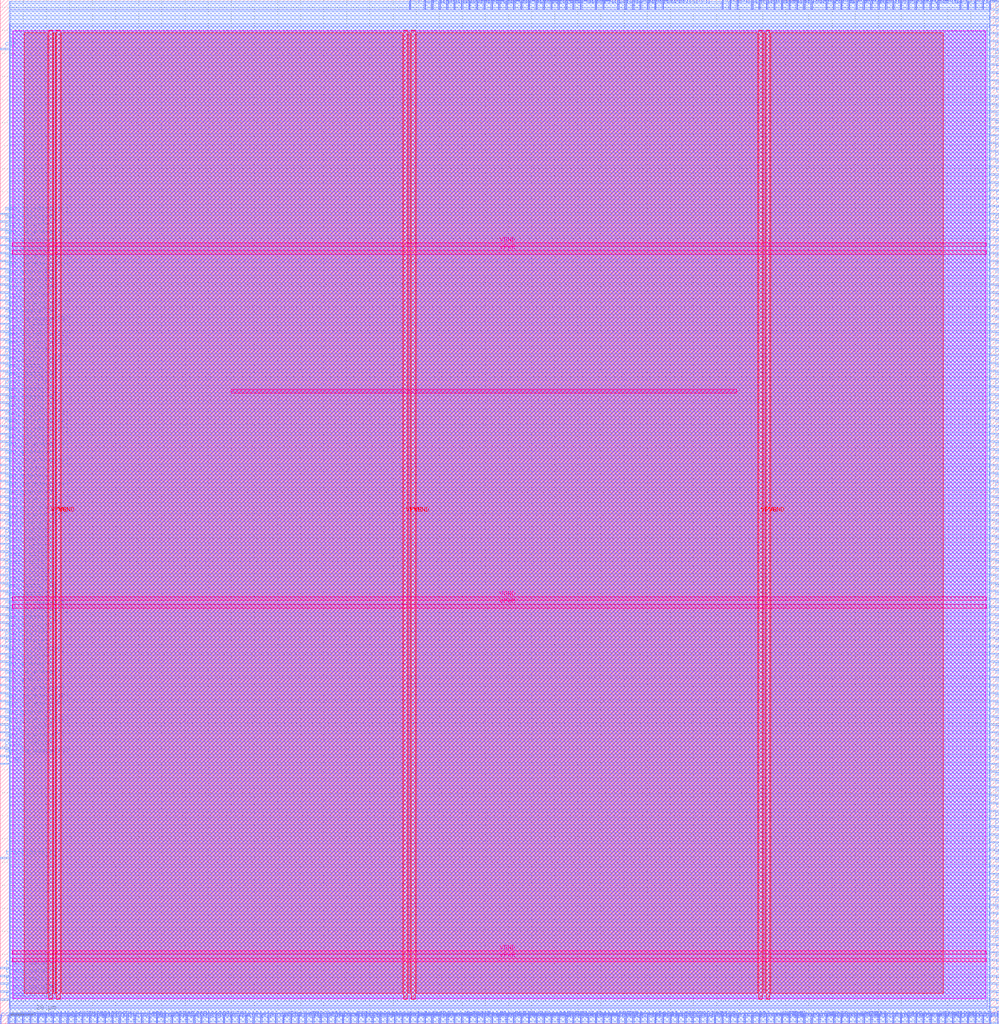
<source format=lef>
VERSION 5.7 ;
  NOWIREEXTENSIONATPIN ON ;
  DIVIDERCHAR "/" ;
  BUSBITCHARS "[]" ;
MACRO picorv32
  CLASS BLOCK ;
  FOREIGN picorv32 ;
  ORIGIN 0.000 0.000 ;
  SIZE 432.360 BY 443.080 ;
  PIN VGND
    DIRECTION INOUT ;
    USE GROUND ;
    PORT
      LAYER met4 ;
        RECT 24.340 10.640 25.940 430.000 ;
    END
    PORT
      LAYER met4 ;
        RECT 177.940 10.640 179.540 430.000 ;
    END
    PORT
      LAYER met4 ;
        RECT 331.540 10.640 333.140 430.000 ;
    END
    PORT
      LAYER met5 ;
        RECT 5.280 30.030 426.660 31.630 ;
    END
    PORT
      LAYER met5 ;
        RECT 5.280 183.210 426.660 184.810 ;
    END
    PORT
      LAYER met5 ;
        RECT 5.280 336.390 426.660 337.990 ;
    END
  END VGND
  PIN VPWR
    DIRECTION INOUT ;
    USE POWER ;
    PORT
      LAYER met4 ;
        RECT 21.040 10.640 22.640 430.000 ;
    END
    PORT
      LAYER met4 ;
        RECT 174.640 10.640 176.240 430.000 ;
    END
    PORT
      LAYER met4 ;
        RECT 328.240 10.640 329.840 430.000 ;
    END
    PORT
      LAYER met5 ;
        RECT 5.280 26.730 426.660 28.330 ;
    END
    PORT
      LAYER met5 ;
        RECT 5.280 179.910 426.660 181.510 ;
    END
    PORT
      LAYER met5 ;
        RECT 5.280 333.090 426.660 334.690 ;
    END
  END VPWR
  PIN clk
    DIRECTION INPUT ;
    USE SIGNAL ;
    ANTENNAGATEAREA 1.286700 ;
    ANTENNADIFFAREA 0.434700 ;
    PORT
      LAYER met3 ;
        RECT 0.000 421.640 4.000 422.240 ;
    END
  END clk
  PIN eoi[0]
    DIRECTION OUTPUT ;
    USE SIGNAL ;
    PORT
      LAYER met2 ;
        RECT 338.190 0.000 338.470 4.000 ;
    END
  END eoi[0]
  PIN eoi[10]
    DIRECTION OUTPUT ;
    USE SIGNAL ;
    PORT
      LAYER met3 ;
        RECT 428.360 329.840 432.360 330.440 ;
    END
  END eoi[10]
  PIN eoi[11]
    DIRECTION OUTPUT ;
    USE SIGNAL ;
    PORT
      LAYER met3 ;
        RECT 428.360 425.040 432.360 425.640 ;
    END
  END eoi[11]
  PIN eoi[12]
    DIRECTION OUTPUT ;
    USE SIGNAL ;
    PORT
      LAYER met3 ;
        RECT 428.360 442.040 432.360 442.640 ;
    END
  END eoi[12]
  PIN eoi[13]
    DIRECTION OUTPUT ;
    USE SIGNAL ;
    PORT
      LAYER met2 ;
        RECT 334.970 0.000 335.250 4.000 ;
    END
  END eoi[13]
  PIN eoi[14]
    DIRECTION OUTPUT ;
    USE SIGNAL ;
    PORT
      LAYER met2 ;
        RECT 318.870 0.000 319.150 4.000 ;
    END
  END eoi[14]
  PIN eoi[15]
    DIRECTION OUTPUT ;
    USE SIGNAL ;
    PORT
      LAYER met3 ;
        RECT 428.360 363.840 432.360 364.440 ;
    END
  END eoi[15]
  PIN eoi[16]
    DIRECTION OUTPUT ;
    USE SIGNAL ;
    PORT
      LAYER met3 ;
        RECT 428.360 391.040 432.360 391.640 ;
    END
  END eoi[16]
  PIN eoi[17]
    DIRECTION OUTPUT ;
    USE SIGNAL ;
    PORT
      LAYER met2 ;
        RECT 405.810 0.000 406.090 4.000 ;
    END
  END eoi[17]
  PIN eoi[18]
    DIRECTION OUTPUT ;
    USE SIGNAL ;
    PORT
      LAYER met3 ;
        RECT 428.360 40.840 432.360 41.440 ;
    END
  END eoi[18]
  PIN eoi[19]
    DIRECTION OUTPUT ;
    USE SIGNAL ;
    PORT
      LAYER met3 ;
        RECT 428.360 78.240 432.360 78.840 ;
    END
  END eoi[19]
  PIN eoi[1]
    DIRECTION OUTPUT ;
    USE SIGNAL ;
    PORT
      LAYER met3 ;
        RECT 428.360 333.240 432.360 333.840 ;
    END
  END eoi[1]
  PIN eoi[20]
    DIRECTION OUTPUT ;
    USE SIGNAL ;
    PORT
      LAYER met2 ;
        RECT 415.470 439.080 415.750 443.080 ;
    END
  END eoi[20]
  PIN eoi[21]
    DIRECTION OUTPUT ;
    USE SIGNAL ;
    PORT
      LAYER met3 ;
        RECT 428.360 387.640 432.360 388.240 ;
    END
  END eoi[21]
  PIN eoi[22]
    DIRECTION OUTPUT ;
    USE SIGNAL ;
    PORT
      LAYER met3 ;
        RECT 428.360 360.440 432.360 361.040 ;
    END
  END eoi[22]
  PIN eoi[23]
    DIRECTION OUTPUT ;
    USE SIGNAL ;
    PORT
      LAYER met2 ;
        RECT 402.590 439.080 402.870 443.080 ;
    END
  END eoi[23]
  PIN eoi[24]
    DIRECTION OUTPUT ;
    USE SIGNAL ;
    PORT
      LAYER met2 ;
        RECT 357.510 439.080 357.790 443.080 ;
    END
  END eoi[24]
  PIN eoi[25]
    DIRECTION OUTPUT ;
    USE SIGNAL ;
    PORT
      LAYER met3 ;
        RECT 428.360 394.440 432.360 395.040 ;
    END
  END eoi[25]
  PIN eoi[26]
    DIRECTION OUTPUT ;
    USE SIGNAL ;
    PORT
      LAYER met3 ;
        RECT 428.360 370.640 432.360 371.240 ;
    END
  END eoi[26]
  PIN eoi[27]
    DIRECTION OUTPUT ;
    USE SIGNAL ;
    PORT
      LAYER met2 ;
        RECT 380.050 439.080 380.330 443.080 ;
    END
  END eoi[27]
  PIN eoi[28]
    DIRECTION OUTPUT ;
    USE SIGNAL ;
    PORT
      LAYER met3 ;
        RECT 428.360 47.640 432.360 48.240 ;
    END
  END eoi[28]
  PIN eoi[29]
    DIRECTION OUTPUT ;
    USE SIGNAL ;
    PORT
      LAYER met2 ;
        RECT 373.610 0.000 373.890 4.000 ;
    END
  END eoi[29]
  PIN eoi[2]
    DIRECTION OUTPUT ;
    USE SIGNAL ;
    PORT
      LAYER met3 ;
        RECT 428.360 57.840 432.360 58.440 ;
    END
  END eoi[2]
  PIN eoi[30]
    DIRECTION OUTPUT ;
    USE SIGNAL ;
    PORT
      LAYER met2 ;
        RECT 351.070 0.000 351.350 4.000 ;
    END
  END eoi[30]
  PIN eoi[31]
    DIRECTION OUTPUT ;
    USE SIGNAL ;
    PORT
      LAYER met2 ;
        RECT 386.490 0.000 386.770 4.000 ;
    END
  END eoi[31]
  PIN eoi[3]
    DIRECTION OUTPUT ;
    USE SIGNAL ;
    PORT
      LAYER met3 ;
        RECT 428.360 64.640 432.360 65.240 ;
    END
  END eoi[3]
  PIN eoi[4]
    DIRECTION OUTPUT ;
    USE SIGNAL ;
    PORT
      LAYER met3 ;
        RECT 428.360 27.240 432.360 27.840 ;
    END
  END eoi[4]
  PIN eoi[5]
    DIRECTION OUTPUT ;
    USE SIGNAL ;
    PORT
      LAYER met2 ;
        RECT 383.270 439.080 383.550 443.080 ;
    END
  END eoi[5]
  PIN eoi[6]
    DIRECTION OUTPUT ;
    USE SIGNAL ;
    PORT
      LAYER met2 ;
        RECT 370.390 0.000 370.670 4.000 ;
    END
  END eoi[6]
  PIN eoi[7]
    DIRECTION OUTPUT ;
    USE SIGNAL ;
    PORT
      LAYER met2 ;
        RECT 405.810 439.080 406.090 443.080 ;
    END
  END eoi[7]
  PIN eoi[8]
    DIRECTION OUTPUT ;
    USE SIGNAL ;
    PORT
      LAYER met3 ;
        RECT 428.360 435.240 432.360 435.840 ;
    END
  END eoi[8]
  PIN eoi[9]
    DIRECTION OUTPUT ;
    USE SIGNAL ;
    PORT
      LAYER met3 ;
        RECT 428.360 326.440 432.360 327.040 ;
    END
  END eoi[9]
  PIN irq[0]
    DIRECTION INPUT ;
    USE SIGNAL ;
    PORT
      LAYER met2 ;
        RECT 3.310 0.000 3.590 4.000 ;
    END
  END irq[0]
  PIN irq[10]
    DIRECTION INPUT ;
    USE SIGNAL ;
    PORT
      LAYER met2 ;
        RECT 41.950 0.000 42.230 4.000 ;
    END
  END irq[10]
  PIN irq[11]
    DIRECTION INPUT ;
    USE SIGNAL ;
    PORT
      LAYER met2 ;
        RECT 305.990 0.000 306.270 4.000 ;
    END
  END irq[11]
  PIN irq[12]
    DIRECTION INPUT ;
    USE SIGNAL ;
    PORT
      LAYER met2 ;
        RECT 58.050 0.000 58.330 4.000 ;
    END
  END irq[12]
  PIN irq[13]
    DIRECTION INPUT ;
    USE SIGNAL ;
    PORT
      LAYER met2 ;
        RECT 367.170 0.000 367.450 4.000 ;
    END
  END irq[13]
  PIN irq[14]
    DIRECTION INPUT ;
    USE SIGNAL ;
    PORT
      LAYER met2 ;
        RECT 38.730 0.000 39.010 4.000 ;
    END
  END irq[14]
  PIN irq[15]
    DIRECTION INPUT ;
    USE SIGNAL ;
    PORT
      LAYER met2 ;
        RECT 302.770 0.000 303.050 4.000 ;
    END
  END irq[15]
  PIN irq[16]
    DIRECTION INPUT ;
    USE SIGNAL ;
    PORT
      LAYER met2 ;
        RECT 48.390 0.000 48.670 4.000 ;
    END
  END irq[16]
  PIN irq[17]
    DIRECTION INPUT ;
    USE SIGNAL ;
    PORT
      LAYER met2 ;
        RECT 45.170 0.000 45.450 4.000 ;
    END
  END irq[17]
  PIN irq[18]
    DIRECTION INPUT ;
    USE SIGNAL ;
    PORT
      LAYER met2 ;
        RECT 35.510 0.000 35.790 4.000 ;
    END
  END irq[18]
  PIN irq[19]
    DIRECTION INPUT ;
    USE SIGNAL ;
    PORT
      LAYER met2 ;
        RECT 431.570 0.000 431.850 4.000 ;
    END
  END irq[19]
  PIN irq[1]
    DIRECTION INPUT ;
    USE SIGNAL ;
    PORT
      LAYER met2 ;
        RECT 61.270 0.000 61.550 4.000 ;
    END
  END irq[1]
  PIN irq[20]
    DIRECTION INPUT ;
    USE SIGNAL ;
    PORT
      LAYER met2 ;
        RECT 380.050 0.000 380.330 4.000 ;
    END
  END irq[20]
  PIN irq[21]
    DIRECTION INPUT ;
    USE SIGNAL ;
    PORT
      LAYER met2 ;
        RECT 74.150 0.000 74.430 4.000 ;
    END
  END irq[21]
  PIN irq[22]
    DIRECTION INPUT ;
    USE SIGNAL ;
    PORT
      LAYER met2 ;
        RECT 67.710 0.000 67.990 4.000 ;
    END
  END irq[22]
  PIN irq[23]
    DIRECTION INPUT ;
    USE SIGNAL ;
    PORT
      LAYER met2 ;
        RECT 93.470 0.000 93.750 4.000 ;
    END
  END irq[23]
  PIN irq[24]
    DIRECTION INPUT ;
    USE SIGNAL ;
    PORT
      LAYER met2 ;
        RECT 99.910 0.000 100.190 4.000 ;
    END
  END irq[24]
  PIN irq[25]
    DIRECTION INPUT ;
    USE SIGNAL ;
    PORT
      LAYER met2 ;
        RECT 116.010 0.000 116.290 4.000 ;
    END
  END irq[25]
  PIN irq[26]
    DIRECTION INPUT ;
    USE SIGNAL ;
    PORT
      LAYER met2 ;
        RECT 77.370 0.000 77.650 4.000 ;
    END
  END irq[26]
  PIN irq[27]
    DIRECTION INPUT ;
    USE SIGNAL ;
    PORT
      LAYER met2 ;
        RECT 135.330 0.000 135.610 4.000 ;
    END
  END irq[27]
  PIN irq[28]
    DIRECTION INPUT ;
    USE SIGNAL ;
    PORT
      LAYER met2 ;
        RECT 87.030 0.000 87.310 4.000 ;
    END
  END irq[28]
  PIN irq[29]
    DIRECTION INPUT ;
    USE SIGNAL ;
    PORT
      LAYER met2 ;
        RECT 83.810 0.000 84.090 4.000 ;
    END
  END irq[29]
  PIN irq[2]
    DIRECTION INPUT ;
    USE SIGNAL ;
    PORT
      LAYER met2 ;
        RECT 90.250 0.000 90.530 4.000 ;
    END
  END irq[2]
  PIN irq[30]
    DIRECTION INPUT ;
    USE SIGNAL ;
    PORT
      LAYER met2 ;
        RECT 412.250 0.000 412.530 4.000 ;
    END
  END irq[30]
  PIN irq[31]
    DIRECTION INPUT ;
    USE SIGNAL ;
    PORT
      LAYER met2 ;
        RECT 80.590 0.000 80.870 4.000 ;
    END
  END irq[31]
  PIN irq[3]
    DIRECTION INPUT ;
    USE SIGNAL ;
    PORT
      LAYER met2 ;
        RECT 96.690 0.000 96.970 4.000 ;
    END
  END irq[3]
  PIN irq[4]
    DIRECTION INPUT ;
    USE SIGNAL ;
    PORT
      LAYER met2 ;
        RECT 106.350 0.000 106.630 4.000 ;
    END
  END irq[4]
  PIN irq[5]
    DIRECTION INPUT ;
    USE SIGNAL ;
    PORT
      LAYER met2 ;
        RECT 296.330 0.000 296.610 4.000 ;
    END
  END irq[5]
  PIN irq[6]
    DIRECTION INPUT ;
    USE SIGNAL ;
    PORT
      LAYER met2 ;
        RECT 309.210 0.000 309.490 4.000 ;
    END
  END irq[6]
  PIN irq[7]
    DIRECTION INPUT ;
    USE SIGNAL ;
    PORT
      LAYER met2 ;
        RECT 103.130 0.000 103.410 4.000 ;
    END
  END irq[7]
  PIN irq[8]
    DIRECTION INPUT ;
    USE SIGNAL ;
    PORT
      LAYER met2 ;
        RECT 128.890 0.000 129.170 4.000 ;
    END
  END irq[8]
  PIN irq[9]
    DIRECTION INPUT ;
    USE SIGNAL ;
    PORT
      LAYER met2 ;
        RECT 109.570 0.000 109.850 4.000 ;
    END
  END irq[9]
  PIN mem_addr[0]
    DIRECTION OUTPUT ;
    USE SIGNAL ;
    PORT
      LAYER met3 ;
        RECT 428.360 404.640 432.360 405.240 ;
    END
  END mem_addr[0]
  PIN mem_addr[10]
    DIRECTION OUTPUT ;
    USE SIGNAL ;
    ANTENNADIFFAREA 0.445500 ;
    PORT
      LAYER met2 ;
        RECT 196.510 0.000 196.790 4.000 ;
    END
  END mem_addr[10]
  PIN mem_addr[11]
    DIRECTION OUTPUT ;
    USE SIGNAL ;
    ANTENNADIFFAREA 0.445500 ;
    PORT
      LAYER met2 ;
        RECT 206.170 0.000 206.450 4.000 ;
    END
  END mem_addr[11]
  PIN mem_addr[12]
    DIRECTION OUTPUT ;
    USE SIGNAL ;
    ANTENNADIFFAREA 0.445500 ;
    PORT
      LAYER met2 ;
        RECT 199.730 0.000 200.010 4.000 ;
    END
  END mem_addr[12]
  PIN mem_addr[13]
    DIRECTION OUTPUT ;
    USE SIGNAL ;
    ANTENNADIFFAREA 0.445500 ;
    PORT
      LAYER met3 ;
        RECT 428.360 224.440 432.360 225.040 ;
    END
  END mem_addr[13]
  PIN mem_addr[14]
    DIRECTION OUTPUT ;
    USE SIGNAL ;
    ANTENNADIFFAREA 0.445500 ;
    PORT
      LAYER met2 ;
        RECT 228.710 439.080 228.990 443.080 ;
    END
  END mem_addr[14]
  PIN mem_addr[15]
    DIRECTION OUTPUT ;
    USE SIGNAL ;
    ANTENNADIFFAREA 0.445500 ;
    PORT
      LAYER met2 ;
        RECT 219.050 439.080 219.330 443.080 ;
    END
  END mem_addr[15]
  PIN mem_addr[16]
    DIRECTION OUTPUT ;
    USE SIGNAL ;
    ANTENNADIFFAREA 0.445500 ;
    PORT
      LAYER met3 ;
        RECT 428.360 251.640 432.360 252.240 ;
    END
  END mem_addr[16]
  PIN mem_addr[17]
    DIRECTION OUTPUT ;
    USE SIGNAL ;
    ANTENNADIFFAREA 0.445500 ;
    PORT
      LAYER met2 ;
        RECT 251.250 439.080 251.530 443.080 ;
    END
  END mem_addr[17]
  PIN mem_addr[18]
    DIRECTION OUTPUT ;
    USE SIGNAL ;
    ANTENNADIFFAREA 0.445500 ;
    PORT
      LAYER met3 ;
        RECT 428.360 261.840 432.360 262.440 ;
    END
  END mem_addr[18]
  PIN mem_addr[19]
    DIRECTION OUTPUT ;
    USE SIGNAL ;
    ANTENNADIFFAREA 0.445500 ;
    PORT
      LAYER met3 ;
        RECT 428.360 272.040 432.360 272.640 ;
    END
  END mem_addr[19]
  PIN mem_addr[1]
    DIRECTION OUTPUT ;
    USE SIGNAL ;
    PORT
      LAYER met2 ;
        RECT 328.530 0.000 328.810 4.000 ;
    END
  END mem_addr[1]
  PIN mem_addr[20]
    DIRECTION OUTPUT ;
    USE SIGNAL ;
    ANTENNADIFFAREA 0.445500 ;
    PORT
      LAYER met3 ;
        RECT 428.360 278.840 432.360 279.440 ;
    END
  END mem_addr[20]
  PIN mem_addr[21]
    DIRECTION OUTPUT ;
    USE SIGNAL ;
    ANTENNADIFFAREA 0.445500 ;
    PORT
      LAYER met2 ;
        RECT 235.150 439.080 235.430 443.080 ;
    END
  END mem_addr[21]
  PIN mem_addr[22]
    DIRECTION OUTPUT ;
    USE SIGNAL ;
    ANTENNADIFFAREA 0.445500 ;
    PORT
      LAYER met2 ;
        RECT 241.590 439.080 241.870 443.080 ;
    END
  END mem_addr[22]
  PIN mem_addr[23]
    DIRECTION OUTPUT ;
    USE SIGNAL ;
    ANTENNADIFFAREA 0.445500 ;
    PORT
      LAYER met2 ;
        RECT 206.170 439.080 206.450 443.080 ;
    END
  END mem_addr[23]
  PIN mem_addr[24]
    DIRECTION OUTPUT ;
    USE SIGNAL ;
    ANTENNADIFFAREA 0.445500 ;
    PORT
      LAYER met2 ;
        RECT 212.610 439.080 212.890 443.080 ;
    END
  END mem_addr[24]
  PIN mem_addr[25]
    DIRECTION OUTPUT ;
    USE SIGNAL ;
    ANTENNADIFFAREA 0.445500 ;
    PORT
      LAYER met2 ;
        RECT 273.790 439.080 274.070 443.080 ;
    END
  END mem_addr[25]
  PIN mem_addr[26]
    DIRECTION OUTPUT ;
    USE SIGNAL ;
    ANTENNADIFFAREA 0.445500 ;
    PORT
      LAYER met2 ;
        RECT 283.450 439.080 283.730 443.080 ;
    END
  END mem_addr[26]
  PIN mem_addr[27]
    DIRECTION OUTPUT ;
    USE SIGNAL ;
    ANTENNADIFFAREA 0.445500 ;
    PORT
      LAYER met3 ;
        RECT 428.360 316.240 432.360 316.840 ;
    END
  END mem_addr[27]
  PIN mem_addr[28]
    DIRECTION OUTPUT ;
    USE SIGNAL ;
    ANTENNADIFFAREA 0.445500 ;
    PORT
      LAYER met3 ;
        RECT 428.360 319.640 432.360 320.240 ;
    END
  END mem_addr[28]
  PIN mem_addr[29]
    DIRECTION OUTPUT ;
    USE SIGNAL ;
    ANTENNADIFFAREA 0.445500 ;
    PORT
      LAYER met3 ;
        RECT 428.360 292.440 432.360 293.040 ;
    END
  END mem_addr[29]
  PIN mem_addr[2]
    DIRECTION OUTPUT ;
    USE SIGNAL ;
    ANTENNADIFFAREA 0.445500 ;
    PORT
      LAYER met2 ;
        RECT 280.230 0.000 280.510 4.000 ;
    END
  END mem_addr[2]
  PIN mem_addr[30]
    DIRECTION OUTPUT ;
    USE SIGNAL ;
    ANTENNADIFFAREA 0.445500 ;
    PORT
      LAYER met3 ;
        RECT 428.360 299.240 432.360 299.840 ;
    END
  END mem_addr[30]
  PIN mem_addr[31]
    DIRECTION OUTPUT ;
    USE SIGNAL ;
    ANTENNADIFFAREA 0.445500 ;
    PORT
      LAYER met3 ;
        RECT 428.360 302.640 432.360 303.240 ;
    END
  END mem_addr[31]
  PIN mem_addr[3]
    DIRECTION OUTPUT ;
    USE SIGNAL ;
    ANTENNADIFFAREA 0.445500 ;
    PORT
      LAYER met2 ;
        RECT 257.690 0.000 257.970 4.000 ;
    END
  END mem_addr[3]
  PIN mem_addr[4]
    DIRECTION OUTPUT ;
    USE SIGNAL ;
    ANTENNADIFFAREA 0.445500 ;
    PORT
      LAYER met2 ;
        RECT 244.810 0.000 245.090 4.000 ;
    END
  END mem_addr[4]
  PIN mem_addr[5]
    DIRECTION OUTPUT ;
    USE SIGNAL ;
    ANTENNADIFFAREA 0.445500 ;
    PORT
      LAYER met2 ;
        RECT 254.470 0.000 254.750 4.000 ;
    END
  END mem_addr[5]
  PIN mem_addr[6]
    DIRECTION OUTPUT ;
    USE SIGNAL ;
    ANTENNADIFFAREA 0.445500 ;
    PORT
      LAYER met2 ;
        RECT 231.930 0.000 232.210 4.000 ;
    END
  END mem_addr[6]
  PIN mem_addr[7]
    DIRECTION OUTPUT ;
    USE SIGNAL ;
    ANTENNADIFFAREA 0.445500 ;
    PORT
      LAYER met2 ;
        RECT 235.150 0.000 235.430 4.000 ;
    END
  END mem_addr[7]
  PIN mem_addr[8]
    DIRECTION OUTPUT ;
    USE SIGNAL ;
    ANTENNADIFFAREA 0.445500 ;
    PORT
      LAYER met2 ;
        RECT 241.590 0.000 241.870 4.000 ;
    END
  END mem_addr[8]
  PIN mem_addr[9]
    DIRECTION OUTPUT ;
    USE SIGNAL ;
    ANTENNADIFFAREA 0.445500 ;
    PORT
      LAYER met2 ;
        RECT 212.610 0.000 212.890 4.000 ;
    END
  END mem_addr[9]
  PIN mem_instr
    DIRECTION OUTPUT ;
    USE SIGNAL ;
    ANTENNADIFFAREA 0.445500 ;
    PORT
      LAYER met3 ;
        RECT 428.360 81.640 432.360 82.240 ;
    END
  END mem_instr
  PIN mem_la_addr[0]
    DIRECTION OUTPUT ;
    USE SIGNAL ;
    PORT
      LAYER met2 ;
        RECT 331.750 0.000 332.030 4.000 ;
    END
  END mem_la_addr[0]
  PIN mem_la_addr[10]
    DIRECTION OUTPUT ;
    USE SIGNAL ;
    ANTENNADIFFAREA 0.445500 ;
    PORT
      LAYER met2 ;
        RECT 209.390 0.000 209.670 4.000 ;
    END
  END mem_la_addr[10]
  PIN mem_la_addr[11]
    DIRECTION OUTPUT ;
    USE SIGNAL ;
    ANTENNADIFFAREA 0.445500 ;
    PORT
      LAYER met2 ;
        RECT 202.950 0.000 203.230 4.000 ;
    END
  END mem_la_addr[11]
  PIN mem_la_addr[12]
    DIRECTION OUTPUT ;
    USE SIGNAL ;
    ANTENNADIFFAREA 0.445500 ;
    PORT
      LAYER met2 ;
        RECT 219.050 0.000 219.330 4.000 ;
    END
  END mem_la_addr[12]
  PIN mem_la_addr[13]
    DIRECTION OUTPUT ;
    USE SIGNAL ;
    ANTENNADIFFAREA 0.445500 ;
    PORT
      LAYER met3 ;
        RECT 428.360 221.040 432.360 221.640 ;
    END
  END mem_la_addr[13]
  PIN mem_la_addr[14]
    DIRECTION OUTPUT ;
    USE SIGNAL ;
    ANTENNADIFFAREA 0.445500 ;
    PORT
      LAYER met2 ;
        RECT 225.490 439.080 225.770 443.080 ;
    END
  END mem_la_addr[14]
  PIN mem_la_addr[15]
    DIRECTION OUTPUT ;
    USE SIGNAL ;
    ANTENNADIFFAREA 0.445500 ;
    PORT
      LAYER met2 ;
        RECT 222.270 439.080 222.550 443.080 ;
    END
  END mem_la_addr[15]
  PIN mem_la_addr[16]
    DIRECTION OUTPUT ;
    USE SIGNAL ;
    ANTENNADIFFAREA 0.445500 ;
    PORT
      LAYER met3 ;
        RECT 428.360 248.240 432.360 248.840 ;
    END
  END mem_la_addr[16]
  PIN mem_la_addr[17]
    DIRECTION OUTPUT ;
    USE SIGNAL ;
    ANTENNADIFFAREA 0.445500 ;
    PORT
      LAYER met2 ;
        RECT 248.030 439.080 248.310 443.080 ;
    END
  END mem_la_addr[17]
  PIN mem_la_addr[18]
    DIRECTION OUTPUT ;
    USE SIGNAL ;
    ANTENNADIFFAREA 0.445500 ;
    PORT
      LAYER met3 ;
        RECT 428.360 258.440 432.360 259.040 ;
    END
  END mem_la_addr[18]
  PIN mem_la_addr[19]
    DIRECTION OUTPUT ;
    USE SIGNAL ;
    ANTENNADIFFAREA 0.445500 ;
    PORT
      LAYER met3 ;
        RECT 428.360 268.640 432.360 269.240 ;
    END
  END mem_la_addr[19]
  PIN mem_la_addr[1]
    DIRECTION OUTPUT ;
    USE SIGNAL ;
    PORT
      LAYER met3 ;
        RECT 428.360 384.240 432.360 384.840 ;
    END
  END mem_la_addr[1]
  PIN mem_la_addr[20]
    DIRECTION OUTPUT ;
    USE SIGNAL ;
    ANTENNADIFFAREA 0.445500 ;
    PORT
      LAYER met3 ;
        RECT 428.360 282.240 432.360 282.840 ;
    END
  END mem_la_addr[20]
  PIN mem_la_addr[21]
    DIRECTION OUTPUT ;
    USE SIGNAL ;
    ANTENNADIFFAREA 0.445500 ;
    PORT
      LAYER met2 ;
        RECT 238.370 439.080 238.650 443.080 ;
    END
  END mem_la_addr[21]
  PIN mem_la_addr[22]
    DIRECTION OUTPUT ;
    USE SIGNAL ;
    ANTENNADIFFAREA 0.445500 ;
    PORT
      LAYER met2 ;
        RECT 244.810 439.080 245.090 443.080 ;
    END
  END mem_la_addr[22]
  PIN mem_la_addr[23]
    DIRECTION OUTPUT ;
    USE SIGNAL ;
    ANTENNADIFFAREA 0.445500 ;
    PORT
      LAYER met2 ;
        RECT 209.390 439.080 209.670 443.080 ;
    END
  END mem_la_addr[23]
  PIN mem_la_addr[24]
    DIRECTION OUTPUT ;
    USE SIGNAL ;
    ANTENNADIFFAREA 0.445500 ;
    PORT
      LAYER met2 ;
        RECT 215.830 439.080 216.110 443.080 ;
    END
  END mem_la_addr[24]
  PIN mem_la_addr[25]
    DIRECTION OUTPUT ;
    USE SIGNAL ;
    ANTENNADIFFAREA 0.445500 ;
    PORT
      LAYER met2 ;
        RECT 270.570 439.080 270.850 443.080 ;
    END
  END mem_la_addr[25]
  PIN mem_la_addr[26]
    DIRECTION OUTPUT ;
    USE SIGNAL ;
    ANTENNADIFFAREA 0.445500 ;
    PORT
      LAYER met2 ;
        RECT 280.230 439.080 280.510 443.080 ;
    END
  END mem_la_addr[26]
  PIN mem_la_addr[27]
    DIRECTION OUTPUT ;
    USE SIGNAL ;
    ANTENNADIFFAREA 0.445500 ;
    PORT
      LAYER met3 ;
        RECT 428.360 312.840 432.360 313.440 ;
    END
  END mem_la_addr[27]
  PIN mem_la_addr[28]
    DIRECTION OUTPUT ;
    USE SIGNAL ;
    ANTENNADIFFAREA 0.445500 ;
    PORT
      LAYER met3 ;
        RECT 428.360 323.040 432.360 323.640 ;
    END
  END mem_la_addr[28]
  PIN mem_la_addr[29]
    DIRECTION OUTPUT ;
    USE SIGNAL ;
    ANTENNADIFFAREA 0.445500 ;
    PORT
      LAYER met3 ;
        RECT 428.360 295.840 432.360 296.440 ;
    END
  END mem_la_addr[29]
  PIN mem_la_addr[2]
    DIRECTION OUTPUT ;
    USE SIGNAL ;
    ANTENNADIFFAREA 0.445500 ;
    PORT
      LAYER met2 ;
        RECT 277.010 0.000 277.290 4.000 ;
    END
  END mem_la_addr[2]
  PIN mem_la_addr[30]
    DIRECTION OUTPUT ;
    USE SIGNAL ;
    ANTENNADIFFAREA 0.445500 ;
    PORT
      LAYER met3 ;
        RECT 428.360 306.040 432.360 306.640 ;
    END
  END mem_la_addr[30]
  PIN mem_la_addr[31]
    DIRECTION OUTPUT ;
    USE SIGNAL ;
    ANTENNADIFFAREA 0.445500 ;
    PORT
      LAYER met3 ;
        RECT 428.360 309.440 432.360 310.040 ;
    END
  END mem_la_addr[31]
  PIN mem_la_addr[3]
    DIRECTION OUTPUT ;
    USE SIGNAL ;
    ANTENNADIFFAREA 0.445500 ;
    PORT
      LAYER met2 ;
        RECT 248.030 0.000 248.310 4.000 ;
    END
  END mem_la_addr[3]
  PIN mem_la_addr[4]
    DIRECTION OUTPUT ;
    USE SIGNAL ;
    ANTENNADIFFAREA 0.445500 ;
    PORT
      LAYER met2 ;
        RECT 238.370 0.000 238.650 4.000 ;
    END
  END mem_la_addr[4]
  PIN mem_la_addr[5]
    DIRECTION OUTPUT ;
    USE SIGNAL ;
    ANTENNADIFFAREA 0.445500 ;
    PORT
      LAYER met2 ;
        RECT 251.250 0.000 251.530 4.000 ;
    END
  END mem_la_addr[5]
  PIN mem_la_addr[6]
    DIRECTION OUTPUT ;
    USE SIGNAL ;
    ANTENNADIFFAREA 0.445500 ;
    PORT
      LAYER met2 ;
        RECT 225.490 0.000 225.770 4.000 ;
    END
  END mem_la_addr[6]
  PIN mem_la_addr[7]
    DIRECTION OUTPUT ;
    USE SIGNAL ;
    ANTENNADIFFAREA 0.445500 ;
    PORT
      LAYER met2 ;
        RECT 228.710 0.000 228.990 4.000 ;
    END
  END mem_la_addr[7]
  PIN mem_la_addr[8]
    DIRECTION OUTPUT ;
    USE SIGNAL ;
    ANTENNADIFFAREA 0.445500 ;
    PORT
      LAYER met2 ;
        RECT 222.270 0.000 222.550 4.000 ;
    END
  END mem_la_addr[8]
  PIN mem_la_addr[9]
    DIRECTION OUTPUT ;
    USE SIGNAL ;
    ANTENNADIFFAREA 0.445500 ;
    PORT
      LAYER met2 ;
        RECT 215.830 0.000 216.110 4.000 ;
    END
  END mem_la_addr[9]
  PIN mem_la_read
    DIRECTION OUTPUT ;
    USE SIGNAL ;
    ANTENNADIFFAREA 0.445500 ;
    PORT
      LAYER met3 ;
        RECT 428.360 98.640 432.360 99.240 ;
    END
  END mem_la_read
  PIN mem_la_wdata[0]
    DIRECTION OUTPUT ;
    USE SIGNAL ;
    ANTENNADIFFAREA 0.445500 ;
    PORT
      LAYER met2 ;
        RECT 267.350 0.000 267.630 4.000 ;
    END
  END mem_la_wdata[0]
  PIN mem_la_wdata[10]
    DIRECTION OUTPUT ;
    USE SIGNAL ;
    ANTENNADIFFAREA 0.445500 ;
    PORT
      LAYER met3 ;
        RECT 0.000 115.640 4.000 116.240 ;
    END
  END mem_la_wdata[10]
  PIN mem_la_wdata[11]
    DIRECTION OUTPUT ;
    USE SIGNAL ;
    ANTENNADIFFAREA 0.445500 ;
    PORT
      LAYER met3 ;
        RECT 0.000 176.840 4.000 177.440 ;
    END
  END mem_la_wdata[11]
  PIN mem_la_wdata[12]
    DIRECTION OUTPUT ;
    USE SIGNAL ;
    ANTENNADIFFAREA 0.445500 ;
    PORT
      LAYER met3 ;
        RECT 0.000 139.440 4.000 140.040 ;
    END
  END mem_la_wdata[12]
  PIN mem_la_wdata[13]
    DIRECTION OUTPUT ;
    USE SIGNAL ;
    ANTENNADIFFAREA 0.445500 ;
    PORT
      LAYER met3 ;
        RECT 0.000 224.440 4.000 225.040 ;
    END
  END mem_la_wdata[13]
  PIN mem_la_wdata[14]
    DIRECTION OUTPUT ;
    USE SIGNAL ;
    ANTENNADIFFAREA 0.445500 ;
    PORT
      LAYER met3 ;
        RECT 0.000 231.240 4.000 231.840 ;
    END
  END mem_la_wdata[14]
  PIN mem_la_wdata[15]
    DIRECTION OUTPUT ;
    USE SIGNAL ;
    ANTENNADIFFAREA 0.445500 ;
    PORT
      LAYER met3 ;
        RECT 0.000 217.640 4.000 218.240 ;
    END
  END mem_la_wdata[15]
  PIN mem_la_wdata[16]
    DIRECTION OUTPUT ;
    USE SIGNAL ;
    ANTENNADIFFAREA 0.445500 ;
    PORT
      LAYER met3 ;
        RECT 0.000 350.240 4.000 350.840 ;
    END
  END mem_la_wdata[16]
  PIN mem_la_wdata[17]
    DIRECTION OUTPUT ;
    USE SIGNAL ;
    ANTENNADIFFAREA 0.445500 ;
    PORT
      LAYER met3 ;
        RECT 0.000 129.240 4.000 129.840 ;
    END
  END mem_la_wdata[17]
  PIN mem_la_wdata[18]
    DIRECTION OUTPUT ;
    USE SIGNAL ;
    ANTENNADIFFAREA 0.445500 ;
    PORT
      LAYER met3 ;
        RECT 0.000 340.040 4.000 340.640 ;
    END
  END mem_la_wdata[18]
  PIN mem_la_wdata[19]
    DIRECTION OUTPUT ;
    USE SIGNAL ;
    ANTENNADIFFAREA 0.445500 ;
    PORT
      LAYER met3 ;
        RECT 0.000 248.240 4.000 248.840 ;
    END
  END mem_la_wdata[19]
  PIN mem_la_wdata[1]
    DIRECTION OUTPUT ;
    USE SIGNAL ;
    ANTENNADIFFAREA 0.445500 ;
    PORT
      LAYER met2 ;
        RECT 180.410 0.000 180.690 4.000 ;
    END
  END mem_la_wdata[1]
  PIN mem_la_wdata[20]
    DIRECTION OUTPUT ;
    USE SIGNAL ;
    ANTENNADIFFAREA 0.445500 ;
    PORT
      LAYER met3 ;
        RECT 0.000 329.840 4.000 330.440 ;
    END
  END mem_la_wdata[20]
  PIN mem_la_wdata[21]
    DIRECTION OUTPUT ;
    USE SIGNAL ;
    ANTENNADIFFAREA 0.445500 ;
    PORT
      LAYER met3 ;
        RECT 0.000 295.840 4.000 296.440 ;
    END
  END mem_la_wdata[21]
  PIN mem_la_wdata[22]
    DIRECTION OUTPUT ;
    USE SIGNAL ;
    ANTENNADIFFAREA 0.445500 ;
    PORT
      LAYER met3 ;
        RECT 0.000 258.440 4.000 259.040 ;
    END
  END mem_la_wdata[22]
  PIN mem_la_wdata[23]
    DIRECTION OUTPUT ;
    USE SIGNAL ;
    ANTENNADIFFAREA 0.445500 ;
    PORT
      LAYER met3 ;
        RECT 0.000 309.440 4.000 310.040 ;
    END
  END mem_la_wdata[23]
  PIN mem_la_wdata[24]
    DIRECTION OUTPUT ;
    USE SIGNAL ;
    ANTENNADIFFAREA 0.445500 ;
    PORT
      LAYER met3 ;
        RECT 0.000 241.440 4.000 242.040 ;
    END
  END mem_la_wdata[24]
  PIN mem_la_wdata[25]
    DIRECTION OUTPUT ;
    USE SIGNAL ;
    ANTENNADIFFAREA 0.445500 ;
    PORT
      LAYER met3 ;
        RECT 0.000 180.240 4.000 180.840 ;
    END
  END mem_la_wdata[25]
  PIN mem_la_wdata[26]
    DIRECTION OUTPUT ;
    USE SIGNAL ;
    ANTENNADIFFAREA 0.445500 ;
    PORT
      LAYER met3 ;
        RECT 0.000 326.440 4.000 327.040 ;
    END
  END mem_la_wdata[26]
  PIN mem_la_wdata[27]
    DIRECTION OUTPUT ;
    USE SIGNAL ;
    ANTENNADIFFAREA 0.445500 ;
    PORT
      LAYER met3 ;
        RECT 0.000 285.640 4.000 286.240 ;
    END
  END mem_la_wdata[27]
  PIN mem_la_wdata[28]
    DIRECTION OUTPUT ;
    USE SIGNAL ;
    ANTENNADIFFAREA 0.445500 ;
    PORT
      LAYER met3 ;
        RECT 0.000 261.840 4.000 262.440 ;
    END
  END mem_la_wdata[28]
  PIN mem_la_wdata[29]
    DIRECTION OUTPUT ;
    USE SIGNAL ;
    ANTENNADIFFAREA 0.445500 ;
    PORT
      LAYER met3 ;
        RECT 0.000 302.640 4.000 303.240 ;
    END
  END mem_la_wdata[29]
  PIN mem_la_wdata[2]
    DIRECTION OUTPUT ;
    USE SIGNAL ;
    ANTENNADIFFAREA 0.445500 ;
    PORT
      LAYER met2 ;
        RECT 183.630 0.000 183.910 4.000 ;
    END
  END mem_la_wdata[2]
  PIN mem_la_wdata[30]
    DIRECTION OUTPUT ;
    USE SIGNAL ;
    ANTENNADIFFAREA 0.445500 ;
    PORT
      LAYER met3 ;
        RECT 0.000 255.040 4.000 255.640 ;
    END
  END mem_la_wdata[30]
  PIN mem_la_wdata[31]
    DIRECTION OUTPUT ;
    USE SIGNAL ;
    ANTENNADIFFAREA 0.445500 ;
    PORT
      LAYER met3 ;
        RECT 0.000 292.440 4.000 293.040 ;
    END
  END mem_la_wdata[31]
  PIN mem_la_wdata[3]
    DIRECTION OUTPUT ;
    USE SIGNAL ;
    ANTENNADIFFAREA 0.445500 ;
    PORT
      LAYER met2 ;
        RECT 186.850 0.000 187.130 4.000 ;
    END
  END mem_la_wdata[3]
  PIN mem_la_wdata[4]
    DIRECTION OUTPUT ;
    USE SIGNAL ;
    ANTENNADIFFAREA 0.445500 ;
    PORT
      LAYER met2 ;
        RECT 193.290 0.000 193.570 4.000 ;
    END
  END mem_la_wdata[4]
  PIN mem_la_wdata[5]
    DIRECTION OUTPUT ;
    USE SIGNAL ;
    ANTENNADIFFAREA 0.445500 ;
    PORT
      LAYER met3 ;
        RECT 0.000 122.440 4.000 123.040 ;
    END
  END mem_la_wdata[5]
  PIN mem_la_wdata[6]
    DIRECTION OUTPUT ;
    USE SIGNAL ;
    ANTENNADIFFAREA 0.445500 ;
    PORT
      LAYER met3 ;
        RECT 0.000 142.840 4.000 143.440 ;
    END
  END mem_la_wdata[6]
  PIN mem_la_wdata[7]
    DIRECTION OUTPUT ;
    USE SIGNAL ;
    ANTENNADIFFAREA 0.445500 ;
    PORT
      LAYER met3 ;
        RECT 0.000 149.640 4.000 150.240 ;
    END
  END mem_la_wdata[7]
  PIN mem_la_wdata[8]
    DIRECTION OUTPUT ;
    USE SIGNAL ;
    ANTENNADIFFAREA 0.445500 ;
    PORT
      LAYER met3 ;
        RECT 0.000 159.840 4.000 160.440 ;
    END
  END mem_la_wdata[8]
  PIN mem_la_wdata[9]
    DIRECTION OUTPUT ;
    USE SIGNAL ;
    ANTENNADIFFAREA 0.445500 ;
    PORT
      LAYER met3 ;
        RECT 0.000 136.040 4.000 136.640 ;
    END
  END mem_la_wdata[9]
  PIN mem_la_write
    DIRECTION OUTPUT ;
    USE SIGNAL ;
    ANTENNADIFFAREA 0.445500 ;
    PORT
      LAYER met3 ;
        RECT 428.360 153.040 432.360 153.640 ;
    END
  END mem_la_write
  PIN mem_la_wstrb[0]
    DIRECTION OUTPUT ;
    USE SIGNAL ;
    ANTENNADIFFAREA 0.445500 ;
    PORT
      LAYER met3 ;
        RECT 428.360 146.240 432.360 146.840 ;
    END
  END mem_la_wstrb[0]
  PIN mem_la_wstrb[1]
    DIRECTION OUTPUT ;
    USE SIGNAL ;
    ANTENNADIFFAREA 0.445500 ;
    PORT
      LAYER met3 ;
        RECT 428.360 105.440 432.360 106.040 ;
    END
  END mem_la_wstrb[1]
  PIN mem_la_wstrb[2]
    DIRECTION OUTPUT ;
    USE SIGNAL ;
    ANTENNADIFFAREA 0.445500 ;
    PORT
      LAYER met3 ;
        RECT 428.360 200.640 432.360 201.240 ;
    END
  END mem_la_wstrb[2]
  PIN mem_la_wstrb[3]
    DIRECTION OUTPUT ;
    USE SIGNAL ;
    ANTENNADIFFAREA 0.445500 ;
    PORT
      LAYER met3 ;
        RECT 428.360 190.440 432.360 191.040 ;
    END
  END mem_la_wstrb[3]
  PIN mem_rdata[0]
    DIRECTION INPUT ;
    USE SIGNAL ;
    ANTENNAGATEAREA 0.196500 ;
    PORT
      LAYER met3 ;
        RECT 428.360 180.240 432.360 180.840 ;
    END
  END mem_rdata[0]
  PIN mem_rdata[10]
    DIRECTION INPUT ;
    USE SIGNAL ;
    ANTENNAGATEAREA 0.126000 ;
    PORT
      LAYER met3 ;
        RECT 428.360 136.040 432.360 136.640 ;
    END
  END mem_rdata[10]
  PIN mem_rdata[11]
    DIRECTION INPUT ;
    USE SIGNAL ;
    ANTENNAGATEAREA 0.126000 ;
    PORT
      LAYER met3 ;
        RECT 428.360 149.640 432.360 150.240 ;
    END
  END mem_rdata[11]
  PIN mem_rdata[12]
    DIRECTION INPUT ;
    USE SIGNAL ;
    ANTENNAGATEAREA 0.126000 ;
    PORT
      LAYER met3 ;
        RECT 428.360 193.840 432.360 194.440 ;
    END
  END mem_rdata[12]
  PIN mem_rdata[13]
    DIRECTION INPUT ;
    USE SIGNAL ;
    ANTENNAGATEAREA 0.213000 ;
    PORT
      LAYER met3 ;
        RECT 428.360 68.040 432.360 68.640 ;
    END
  END mem_rdata[13]
  PIN mem_rdata[14]
    DIRECTION INPUT ;
    USE SIGNAL ;
    ANTENNAGATEAREA 0.126000 ;
    PORT
      LAYER met3 ;
        RECT 428.360 210.840 432.360 211.440 ;
    END
  END mem_rdata[14]
  PIN mem_rdata[15]
    DIRECTION INPUT ;
    USE SIGNAL ;
    ANTENNAGATEAREA 0.126000 ;
    PORT
      LAYER met3 ;
        RECT 428.360 217.640 432.360 218.240 ;
    END
  END mem_rdata[15]
  PIN mem_rdata[16]
    DIRECTION INPUT ;
    USE SIGNAL ;
    ANTENNAGATEAREA 0.213000 ;
    PORT
      LAYER met3 ;
        RECT 428.360 234.640 432.360 235.240 ;
    END
  END mem_rdata[16]
  PIN mem_rdata[17]
    DIRECTION INPUT ;
    USE SIGNAL ;
    ANTENNAGATEAREA 0.213000 ;
    PORT
      LAYER met3 ;
        RECT 428.360 241.440 432.360 242.040 ;
    END
  END mem_rdata[17]
  PIN mem_rdata[18]
    DIRECTION INPUT ;
    USE SIGNAL ;
    ANTENNAGATEAREA 0.213000 ;
    PORT
      LAYER met3 ;
        RECT 428.360 244.840 432.360 245.440 ;
    END
  END mem_rdata[18]
  PIN mem_rdata[19]
    DIRECTION INPUT ;
    USE SIGNAL ;
    ANTENNAGATEAREA 0.159000 ;
    PORT
      LAYER met3 ;
        RECT 428.360 61.240 432.360 61.840 ;
    END
  END mem_rdata[19]
  PIN mem_rdata[1]
    DIRECTION INPUT ;
    USE SIGNAL ;
    ANTENNAGATEAREA 0.196500 ;
    PORT
      LAYER met3 ;
        RECT 428.360 183.640 432.360 184.240 ;
    END
  END mem_rdata[1]
  PIN mem_rdata[20]
    DIRECTION INPUT ;
    USE SIGNAL ;
    ANTENNAGATEAREA 0.159000 ;
    PORT
      LAYER met3 ;
        RECT 428.360 129.240 432.360 129.840 ;
    END
  END mem_rdata[20]
  PIN mem_rdata[21]
    DIRECTION INPUT ;
    USE SIGNAL ;
    ANTENNAGATEAREA 0.159000 ;
    PORT
      LAYER met3 ;
        RECT 428.360 125.840 432.360 126.440 ;
    END
  END mem_rdata[21]
  PIN mem_rdata[22]
    DIRECTION INPUT ;
    USE SIGNAL ;
    ANTENNAGATEAREA 0.159000 ;
    PORT
      LAYER met3 ;
        RECT 428.360 112.240 432.360 112.840 ;
    END
  END mem_rdata[22]
  PIN mem_rdata[23]
    DIRECTION INPUT ;
    USE SIGNAL ;
    ANTENNAGATEAREA 0.159000 ;
    PORT
      LAYER met3 ;
        RECT 428.360 132.640 432.360 133.240 ;
    END
  END mem_rdata[23]
  PIN mem_rdata[24]
    DIRECTION INPUT ;
    USE SIGNAL ;
    ANTENNAGATEAREA 0.159000 ;
    PORT
      LAYER met3 ;
        RECT 428.360 119.040 432.360 119.640 ;
    END
  END mem_rdata[24]
  PIN mem_rdata[25]
    DIRECTION INPUT ;
    USE SIGNAL ;
    ANTENNAGATEAREA 0.213000 ;
    PORT
      LAYER met3 ;
        RECT 428.360 71.440 432.360 72.040 ;
    END
  END mem_rdata[25]
  PIN mem_rdata[26]
    DIRECTION INPUT ;
    USE SIGNAL ;
    ANTENNAGATEAREA 0.159000 ;
    PORT
      LAYER met3 ;
        RECT 428.360 115.640 432.360 116.240 ;
    END
  END mem_rdata[26]
  PIN mem_rdata[27]
    DIRECTION INPUT ;
    USE SIGNAL ;
    ANTENNAGATEAREA 0.159000 ;
    PORT
      LAYER met3 ;
        RECT 428.360 108.840 432.360 109.440 ;
    END
  END mem_rdata[27]
  PIN mem_rdata[28]
    DIRECTION INPUT ;
    USE SIGNAL ;
    ANTENNAGATEAREA 0.213000 ;
    PORT
      LAYER met3 ;
        RECT 428.360 227.840 432.360 228.440 ;
    END
  END mem_rdata[28]
  PIN mem_rdata[29]
    DIRECTION INPUT ;
    USE SIGNAL ;
    ANTENNAGATEAREA 0.159000 ;
    PORT
      LAYER met3 ;
        RECT 428.360 102.040 432.360 102.640 ;
    END
  END mem_rdata[29]
  PIN mem_rdata[2]
    DIRECTION INPUT ;
    USE SIGNAL ;
    ANTENNAGATEAREA 0.196500 ;
    PORT
      LAYER met3 ;
        RECT 428.360 187.040 432.360 187.640 ;
    END
  END mem_rdata[2]
  PIN mem_rdata[30]
    DIRECTION INPUT ;
    USE SIGNAL ;
    ANTENNAGATEAREA 0.213000 ;
    PORT
      LAYER met3 ;
        RECT 428.360 214.240 432.360 214.840 ;
    END
  END mem_rdata[30]
  PIN mem_rdata[31]
    DIRECTION INPUT ;
    USE SIGNAL ;
    ANTENNAGATEAREA 0.126000 ;
    PORT
      LAYER met3 ;
        RECT 428.360 238.040 432.360 238.640 ;
    END
  END mem_rdata[31]
  PIN mem_rdata[3]
    DIRECTION INPUT ;
    USE SIGNAL ;
    ANTENNAGATEAREA 0.196500 ;
    PORT
      LAYER met3 ;
        RECT 428.360 176.840 432.360 177.440 ;
    END
  END mem_rdata[3]
  PIN mem_rdata[4]
    DIRECTION INPUT ;
    USE SIGNAL ;
    ANTENNAGATEAREA 0.126000 ;
    PORT
      LAYER met3 ;
        RECT 428.360 122.440 432.360 123.040 ;
    END
  END mem_rdata[4]
  PIN mem_rdata[5]
    DIRECTION INPUT ;
    USE SIGNAL ;
    ANTENNAGATEAREA 0.196500 ;
    PORT
      LAYER met3 ;
        RECT 428.360 170.040 432.360 170.640 ;
    END
  END mem_rdata[5]
  PIN mem_rdata[6]
    DIRECTION INPUT ;
    USE SIGNAL ;
    ANTENNAGATEAREA 0.196500 ;
    PORT
      LAYER met3 ;
        RECT 428.360 173.440 432.360 174.040 ;
    END
  END mem_rdata[6]
  PIN mem_rdata[7]
    DIRECTION INPUT ;
    USE SIGNAL ;
    ANTENNAGATEAREA 0.213000 ;
    PORT
      LAYER met3 ;
        RECT 428.360 156.440 432.360 157.040 ;
    END
  END mem_rdata[7]
  PIN mem_rdata[8]
    DIRECTION INPUT ;
    USE SIGNAL ;
    ANTENNAGATEAREA 0.126000 ;
    PORT
      LAYER met3 ;
        RECT 428.360 139.440 432.360 140.040 ;
    END
  END mem_rdata[8]
  PIN mem_rdata[9]
    DIRECTION INPUT ;
    USE SIGNAL ;
    ANTENNAGATEAREA 0.213000 ;
    PORT
      LAYER met3 ;
        RECT 428.360 142.840 432.360 143.440 ;
    END
  END mem_rdata[9]
  PIN mem_ready
    DIRECTION INPUT ;
    USE SIGNAL ;
    ANTENNAGATEAREA 0.196500 ;
    PORT
      LAYER met3 ;
        RECT 428.360 163.240 432.360 163.840 ;
    END
  END mem_ready
  PIN mem_valid
    DIRECTION OUTPUT ;
    USE SIGNAL ;
    ANTENNADIFFAREA 0.445500 ;
    PORT
      LAYER met3 ;
        RECT 428.360 159.840 432.360 160.440 ;
    END
  END mem_valid
  PIN mem_wdata[0]
    DIRECTION OUTPUT ;
    USE SIGNAL ;
    ANTENNADIFFAREA 0.445500 ;
    PORT
      LAYER met2 ;
        RECT 164.310 0.000 164.590 4.000 ;
    END
  END mem_wdata[0]
  PIN mem_wdata[10]
    DIRECTION OUTPUT ;
    USE SIGNAL ;
    ANTENNADIFFAREA 0.445500 ;
    PORT
      LAYER met3 ;
        RECT 0.000 173.440 4.000 174.040 ;
    END
  END mem_wdata[10]
  PIN mem_wdata[11]
    DIRECTION OUTPUT ;
    USE SIGNAL ;
    ANTENNADIFFAREA 0.445500 ;
    PORT
      LAYER met3 ;
        RECT 0.000 221.040 4.000 221.640 ;
    END
  END mem_wdata[11]
  PIN mem_wdata[12]
    DIRECTION OUTPUT ;
    USE SIGNAL ;
    ANTENNADIFFAREA 0.445500 ;
    PORT
      LAYER met3 ;
        RECT 0.000 132.640 4.000 133.240 ;
    END
  END mem_wdata[12]
  PIN mem_wdata[13]
    DIRECTION OUTPUT ;
    USE SIGNAL ;
    ANTENNADIFFAREA 0.445500 ;
    PORT
      LAYER met3 ;
        RECT 0.000 227.840 4.000 228.440 ;
    END
  END mem_wdata[13]
  PIN mem_wdata[14]
    DIRECTION OUTPUT ;
    USE SIGNAL ;
    ANTENNADIFFAREA 0.445500 ;
    PORT
      LAYER met3 ;
        RECT 0.000 234.640 4.000 235.240 ;
    END
  END mem_wdata[14]
  PIN mem_wdata[15]
    DIRECTION OUTPUT ;
    USE SIGNAL ;
    ANTENNADIFFAREA 0.445500 ;
    PORT
      LAYER met3 ;
        RECT 0.000 214.240 4.000 214.840 ;
    END
  END mem_wdata[15]
  PIN mem_wdata[16]
    DIRECTION OUTPUT ;
    USE SIGNAL ;
    ANTENNADIFFAREA 0.445500 ;
    PORT
      LAYER met3 ;
        RECT 0.000 333.240 4.000 333.840 ;
    END
  END mem_wdata[16]
  PIN mem_wdata[17]
    DIRECTION OUTPUT ;
    USE SIGNAL ;
    ANTENNADIFFAREA 0.445500 ;
    PORT
      LAYER met3 ;
        RECT 0.000 183.640 4.000 184.240 ;
    END
  END mem_wdata[17]
  PIN mem_wdata[18]
    DIRECTION OUTPUT ;
    USE SIGNAL ;
    ANTENNADIFFAREA 0.445500 ;
    PORT
      LAYER met3 ;
        RECT 0.000 244.840 4.000 245.440 ;
    END
  END mem_wdata[18]
  PIN mem_wdata[19]
    DIRECTION OUTPUT ;
    USE SIGNAL ;
    ANTENNADIFFAREA 0.445500 ;
    PORT
      LAYER met3 ;
        RECT 0.000 336.640 4.000 337.240 ;
    END
  END mem_wdata[19]
  PIN mem_wdata[1]
    DIRECTION OUTPUT ;
    USE SIGNAL ;
    ANTENNADIFFAREA 0.445500 ;
    PORT
      LAYER met2 ;
        RECT 170.750 0.000 171.030 4.000 ;
    END
  END mem_wdata[1]
  PIN mem_wdata[20]
    DIRECTION OUTPUT ;
    USE SIGNAL ;
    ANTENNADIFFAREA 0.445500 ;
    PORT
      LAYER met3 ;
        RECT 0.000 278.840 4.000 279.440 ;
    END
  END mem_wdata[20]
  PIN mem_wdata[21]
    DIRECTION OUTPUT ;
    USE SIGNAL ;
    ANTENNADIFFAREA 0.445500 ;
    PORT
      LAYER met3 ;
        RECT 0.000 265.240 4.000 265.840 ;
    END
  END mem_wdata[21]
  PIN mem_wdata[22]
    DIRECTION OUTPUT ;
    USE SIGNAL ;
    ANTENNADIFFAREA 0.445500 ;
    PORT
      LAYER met3 ;
        RECT 0.000 316.240 4.000 316.840 ;
    END
  END mem_wdata[22]
  PIN mem_wdata[23]
    DIRECTION OUTPUT ;
    USE SIGNAL ;
    ANTENNADIFFAREA 0.445500 ;
    PORT
      LAYER met3 ;
        RECT 0.000 319.640 4.000 320.240 ;
    END
  END mem_wdata[23]
  PIN mem_wdata[24]
    DIRECTION OUTPUT ;
    USE SIGNAL ;
    ANTENNADIFFAREA 0.445500 ;
    PORT
      LAYER met3 ;
        RECT 0.000 346.840 4.000 347.440 ;
    END
  END mem_wdata[24]
  PIN mem_wdata[25]
    DIRECTION OUTPUT ;
    USE SIGNAL ;
    ANTENNADIFFAREA 0.445500 ;
    PORT
      LAYER met3 ;
        RECT 0.000 187.040 4.000 187.640 ;
    END
  END mem_wdata[25]
  PIN mem_wdata[26]
    DIRECTION OUTPUT ;
    USE SIGNAL ;
    ANTENNADIFFAREA 0.445500 ;
    PORT
      LAYER met3 ;
        RECT 0.000 323.040 4.000 323.640 ;
    END
  END mem_wdata[26]
  PIN mem_wdata[27]
    DIRECTION OUTPUT ;
    USE SIGNAL ;
    ANTENNADIFFAREA 0.445500 ;
    PORT
      LAYER met3 ;
        RECT 0.000 282.240 4.000 282.840 ;
    END
  END mem_wdata[27]
  PIN mem_wdata[28]
    DIRECTION OUTPUT ;
    USE SIGNAL ;
    ANTENNADIFFAREA 0.445500 ;
    PORT
      LAYER met3 ;
        RECT 0.000 268.640 4.000 269.240 ;
    END
  END mem_wdata[28]
  PIN mem_wdata[29]
    DIRECTION OUTPUT ;
    USE SIGNAL ;
    ANTENNADIFFAREA 0.445500 ;
    PORT
      LAYER met3 ;
        RECT 0.000 306.040 4.000 306.640 ;
    END
  END mem_wdata[29]
  PIN mem_wdata[2]
    DIRECTION OUTPUT ;
    USE SIGNAL ;
    ANTENNADIFFAREA 0.445500 ;
    PORT
      LAYER met2 ;
        RECT 167.530 0.000 167.810 4.000 ;
    END
  END mem_wdata[2]
  PIN mem_wdata[30]
    DIRECTION OUTPUT ;
    USE SIGNAL ;
    ANTENNADIFFAREA 0.445500 ;
    PORT
      LAYER met3 ;
        RECT 0.000 251.640 4.000 252.240 ;
    END
  END mem_wdata[30]
  PIN mem_wdata[31]
    DIRECTION OUTPUT ;
    USE SIGNAL ;
    ANTENNADIFFAREA 0.445500 ;
    PORT
      LAYER met3 ;
        RECT 0.000 272.040 4.000 272.640 ;
    END
  END mem_wdata[31]
  PIN mem_wdata[3]
    DIRECTION OUTPUT ;
    USE SIGNAL ;
    ANTENNADIFFAREA 0.445500 ;
    PORT
      LAYER met2 ;
        RECT 138.550 0.000 138.830 4.000 ;
    END
  END mem_wdata[3]
  PIN mem_wdata[4]
    DIRECTION OUTPUT ;
    USE SIGNAL ;
    ANTENNADIFFAREA 0.445500 ;
    PORT
      LAYER met2 ;
        RECT 173.970 0.000 174.250 4.000 ;
    END
  END mem_wdata[4]
  PIN mem_wdata[5]
    DIRECTION OUTPUT ;
    USE SIGNAL ;
    ANTENNADIFFAREA 0.445500 ;
    PORT
      LAYER met3 ;
        RECT 0.000 153.040 4.000 153.640 ;
    END
  END mem_wdata[5]
  PIN mem_wdata[6]
    DIRECTION OUTPUT ;
    USE SIGNAL ;
    ANTENNADIFFAREA 0.445500 ;
    PORT
      LAYER met2 ;
        RECT 161.090 0.000 161.370 4.000 ;
    END
  END mem_wdata[6]
  PIN mem_wdata[7]
    DIRECTION OUTPUT ;
    USE SIGNAL ;
    ANTENNADIFFAREA 0.445500 ;
    PORT
      LAYER met3 ;
        RECT 0.000 156.440 4.000 157.040 ;
    END
  END mem_wdata[7]
  PIN mem_wdata[8]
    DIRECTION OUTPUT ;
    USE SIGNAL ;
    ANTENNADIFFAREA 0.445500 ;
    PORT
      LAYER met3 ;
        RECT 0.000 170.040 4.000 170.640 ;
    END
  END mem_wdata[8]
  PIN mem_wdata[9]
    DIRECTION OUTPUT ;
    USE SIGNAL ;
    ANTENNADIFFAREA 0.445500 ;
    PORT
      LAYER met3 ;
        RECT 0.000 146.240 4.000 146.840 ;
    END
  END mem_wdata[9]
  PIN mem_wstrb[0]
    DIRECTION OUTPUT ;
    USE SIGNAL ;
    ANTENNADIFFAREA 0.445500 ;
    PORT
      LAYER met3 ;
        RECT 428.360 166.640 432.360 167.240 ;
    END
  END mem_wstrb[0]
  PIN mem_wstrb[1]
    DIRECTION OUTPUT ;
    USE SIGNAL ;
    ANTENNADIFFAREA 0.445500 ;
    PORT
      LAYER met3 ;
        RECT 428.360 197.240 432.360 197.840 ;
    END
  END mem_wstrb[1]
  PIN mem_wstrb[2]
    DIRECTION OUTPUT ;
    USE SIGNAL ;
    ANTENNADIFFAREA 0.445500 ;
    PORT
      LAYER met3 ;
        RECT 428.360 207.440 432.360 208.040 ;
    END
  END mem_wstrb[2]
  PIN mem_wstrb[3]
    DIRECTION OUTPUT ;
    USE SIGNAL ;
    ANTENNADIFFAREA 0.445500 ;
    PORT
      LAYER met3 ;
        RECT 428.360 204.040 432.360 204.640 ;
    END
  END mem_wstrb[3]
  PIN pcpi_insn[0]
    DIRECTION OUTPUT ;
    USE SIGNAL ;
    PORT
      LAYER met3 ;
        RECT 428.360 377.440 432.360 378.040 ;
    END
  END pcpi_insn[0]
  PIN pcpi_insn[10]
    DIRECTION OUTPUT ;
    USE SIGNAL ;
    PORT
      LAYER met3 ;
        RECT 428.360 346.840 432.360 347.440 ;
    END
  END pcpi_insn[10]
  PIN pcpi_insn[11]
    DIRECTION OUTPUT ;
    USE SIGNAL ;
    PORT
      LAYER met2 ;
        RECT 392.930 439.080 393.210 443.080 ;
    END
  END pcpi_insn[11]
  PIN pcpi_insn[12]
    DIRECTION OUTPUT ;
    USE SIGNAL ;
    PORT
      LAYER met2 ;
        RECT 376.830 0.000 377.110 4.000 ;
    END
  END pcpi_insn[12]
  PIN pcpi_insn[13]
    DIRECTION OUTPUT ;
    USE SIGNAL ;
    PORT
      LAYER met3 ;
        RECT 428.360 336.640 432.360 337.240 ;
    END
  END pcpi_insn[13]
  PIN pcpi_insn[14]
    DIRECTION OUTPUT ;
    USE SIGNAL ;
    PORT
      LAYER met2 ;
        RECT 360.730 0.000 361.010 4.000 ;
    END
  END pcpi_insn[14]
  PIN pcpi_insn[15]
    DIRECTION OUTPUT ;
    USE SIGNAL ;
    PORT
      LAYER met3 ;
        RECT 428.360 418.240 432.360 418.840 ;
    END
  END pcpi_insn[15]
  PIN pcpi_insn[16]
    DIRECTION OUTPUT ;
    USE SIGNAL ;
    PORT
      LAYER met2 ;
        RECT 367.170 439.080 367.450 443.080 ;
    END
  END pcpi_insn[16]
  PIN pcpi_insn[17]
    DIRECTION OUTPUT ;
    USE SIGNAL ;
    PORT
      LAYER met3 ;
        RECT 428.360 438.640 432.360 439.240 ;
    END
  END pcpi_insn[17]
  PIN pcpi_insn[18]
    DIRECTION OUTPUT ;
    USE SIGNAL ;
    PORT
      LAYER met2 ;
        RECT 325.310 0.000 325.590 4.000 ;
    END
  END pcpi_insn[18]
  PIN pcpi_insn[19]
    DIRECTION OUTPUT ;
    USE SIGNAL ;
    PORT
      LAYER met2 ;
        RECT 344.630 0.000 344.910 4.000 ;
    END
  END pcpi_insn[19]
  PIN pcpi_insn[1]
    DIRECTION OUTPUT ;
    USE SIGNAL ;
    PORT
      LAYER met3 ;
        RECT 428.360 397.840 432.360 398.440 ;
    END
  END pcpi_insn[1]
  PIN pcpi_insn[20]
    DIRECTION OUTPUT ;
    USE SIGNAL ;
    PORT
      LAYER met2 ;
        RECT 399.370 0.000 399.650 4.000 ;
    END
  END pcpi_insn[20]
  PIN pcpi_insn[21]
    DIRECTION OUTPUT ;
    USE SIGNAL ;
    PORT
      LAYER met2 ;
        RECT 357.510 0.000 357.790 4.000 ;
    END
  END pcpi_insn[21]
  PIN pcpi_insn[22]
    DIRECTION OUTPUT ;
    USE SIGNAL ;
    PORT
      LAYER met3 ;
        RECT 428.360 374.040 432.360 374.640 ;
    END
  END pcpi_insn[22]
  PIN pcpi_insn[23]
    DIRECTION OUTPUT ;
    USE SIGNAL ;
    PORT
      LAYER met3 ;
        RECT 428.360 421.640 432.360 422.240 ;
    END
  END pcpi_insn[23]
  PIN pcpi_insn[24]
    DIRECTION OUTPUT ;
    USE SIGNAL ;
    PORT
      LAYER met2 ;
        RECT 392.930 0.000 393.210 4.000 ;
    END
  END pcpi_insn[24]
  PIN pcpi_insn[25]
    DIRECTION OUTPUT ;
    USE SIGNAL ;
    PORT
      LAYER met2 ;
        RECT 322.090 0.000 322.370 4.000 ;
    END
  END pcpi_insn[25]
  PIN pcpi_insn[26]
    DIRECTION OUTPUT ;
    USE SIGNAL ;
    PORT
      LAYER met3 ;
        RECT 428.360 380.840 432.360 381.440 ;
    END
  END pcpi_insn[26]
  PIN pcpi_insn[27]
    DIRECTION OUTPUT ;
    USE SIGNAL ;
    PORT
      LAYER met3 ;
        RECT 428.360 88.440 432.360 89.040 ;
    END
  END pcpi_insn[27]
  PIN pcpi_insn[28]
    DIRECTION OUTPUT ;
    USE SIGNAL ;
    PORT
      LAYER met2 ;
        RECT 347.850 439.080 348.130 443.080 ;
    END
  END pcpi_insn[28]
  PIN pcpi_insn[29]
    DIRECTION OUTPUT ;
    USE SIGNAL ;
    PORT
      LAYER met2 ;
        RECT 373.610 439.080 373.890 443.080 ;
    END
  END pcpi_insn[29]
  PIN pcpi_insn[2]
    DIRECTION OUTPUT ;
    USE SIGNAL ;
    PORT
      LAYER met2 ;
        RECT 341.410 0.000 341.690 4.000 ;
    END
  END pcpi_insn[2]
  PIN pcpi_insn[30]
    DIRECTION OUTPUT ;
    USE SIGNAL ;
    PORT
      LAYER met2 ;
        RECT 347.850 0.000 348.130 4.000 ;
    END
  END pcpi_insn[30]
  PIN pcpi_insn[31]
    DIRECTION OUTPUT ;
    USE SIGNAL ;
    PORT
      LAYER met2 ;
        RECT 376.830 439.080 377.110 443.080 ;
    END
  END pcpi_insn[31]
  PIN pcpi_insn[3]
    DIRECTION OUTPUT ;
    USE SIGNAL ;
    PORT
      LAYER met3 ;
        RECT 428.360 431.840 432.360 432.440 ;
    END
  END pcpi_insn[3]
  PIN pcpi_insn[4]
    DIRECTION OUTPUT ;
    USE SIGNAL ;
    PORT
      LAYER met3 ;
        RECT 428.360 414.840 432.360 415.440 ;
    END
  END pcpi_insn[4]
  PIN pcpi_insn[5]
    DIRECTION OUTPUT ;
    USE SIGNAL ;
    PORT
      LAYER met2 ;
        RECT 360.730 439.080 361.010 443.080 ;
    END
  END pcpi_insn[5]
  PIN pcpi_insn[6]
    DIRECTION OUTPUT ;
    USE SIGNAL ;
    PORT
      LAYER met3 ;
        RECT 428.360 95.240 432.360 95.840 ;
    END
  END pcpi_insn[6]
  PIN pcpi_insn[7]
    DIRECTION OUTPUT ;
    USE SIGNAL ;
    PORT
      LAYER met2 ;
        RECT 389.710 0.000 389.990 4.000 ;
    END
  END pcpi_insn[7]
  PIN pcpi_insn[8]
    DIRECTION OUTPUT ;
    USE SIGNAL ;
    PORT
      LAYER met2 ;
        RECT 399.370 439.080 399.650 443.080 ;
    END
  END pcpi_insn[8]
  PIN pcpi_insn[9]
    DIRECTION OUTPUT ;
    USE SIGNAL ;
    PORT
      LAYER met2 ;
        RECT 354.290 0.000 354.570 4.000 ;
    END
  END pcpi_insn[9]
  PIN pcpi_rd[0]
    DIRECTION INPUT ;
    USE SIGNAL ;
    PORT
      LAYER met2 ;
        RECT 125.670 0.000 125.950 4.000 ;
    END
  END pcpi_rd[0]
  PIN pcpi_rd[10]
    DIRECTION INPUT ;
    USE SIGNAL ;
    PORT
      LAYER met2 ;
        RECT 12.970 0.000 13.250 4.000 ;
    END
  END pcpi_rd[10]
  PIN pcpi_rd[11]
    DIRECTION INPUT ;
    USE SIGNAL ;
    PORT
      LAYER met2 ;
        RECT 112.790 0.000 113.070 4.000 ;
    END
  END pcpi_rd[11]
  PIN pcpi_rd[12]
    DIRECTION INPUT ;
    USE SIGNAL ;
    PORT
      LAYER met2 ;
        RECT 122.450 0.000 122.730 4.000 ;
    END
  END pcpi_rd[12]
  PIN pcpi_rd[13]
    DIRECTION INPUT ;
    USE SIGNAL ;
    PORT
      LAYER met2 ;
        RECT 119.230 0.000 119.510 4.000 ;
    END
  END pcpi_rd[13]
  PIN pcpi_rd[14]
    DIRECTION INPUT ;
    USE SIGNAL ;
    PORT
      LAYER met2 ;
        RECT 19.410 0.000 19.690 4.000 ;
    END
  END pcpi_rd[14]
  PIN pcpi_rd[15]
    DIRECTION INPUT ;
    USE SIGNAL ;
    PORT
      LAYER met2 ;
        RECT 32.290 0.000 32.570 4.000 ;
    END
  END pcpi_rd[15]
  PIN pcpi_rd[16]
    DIRECTION INPUT ;
    USE SIGNAL ;
    PORT
      LAYER met2 ;
        RECT 25.850 0.000 26.130 4.000 ;
    END
  END pcpi_rd[16]
  PIN pcpi_rd[17]
    DIRECTION INPUT ;
    USE SIGNAL ;
    PORT
      LAYER met2 ;
        RECT 132.110 0.000 132.390 4.000 ;
    END
  END pcpi_rd[17]
  PIN pcpi_rd[18]
    DIRECTION INPUT ;
    USE SIGNAL ;
    PORT
      LAYER met2 ;
        RECT 415.470 0.000 415.750 4.000 ;
    END
  END pcpi_rd[18]
  PIN pcpi_rd[19]
    DIRECTION INPUT ;
    USE SIGNAL ;
    PORT
      LAYER met2 ;
        RECT 0.090 0.000 0.370 4.000 ;
    END
  END pcpi_rd[19]
  PIN pcpi_rd[1]
    DIRECTION INPUT ;
    USE SIGNAL ;
    PORT
      LAYER met2 ;
        RECT 29.070 0.000 29.350 4.000 ;
    END
  END pcpi_rd[1]
  PIN pcpi_rd[20]
    DIRECTION INPUT ;
    USE SIGNAL ;
    PORT
      LAYER met2 ;
        RECT 383.270 0.000 383.550 4.000 ;
    END
  END pcpi_rd[20]
  PIN pcpi_rd[21]
    DIRECTION INPUT ;
    USE SIGNAL ;
    PORT
      LAYER met2 ;
        RECT 9.750 0.000 10.030 4.000 ;
    END
  END pcpi_rd[21]
  PIN pcpi_rd[22]
    DIRECTION INPUT ;
    USE SIGNAL ;
    PORT
      LAYER met2 ;
        RECT 409.030 0.000 409.310 4.000 ;
    END
  END pcpi_rd[22]
  PIN pcpi_rd[23]
    DIRECTION INPUT ;
    USE SIGNAL ;
    PORT
      LAYER met2 ;
        RECT 289.890 0.000 290.170 4.000 ;
    END
  END pcpi_rd[23]
  PIN pcpi_rd[24]
    DIRECTION INPUT ;
    USE SIGNAL ;
    PORT
      LAYER met2 ;
        RECT 421.910 0.000 422.190 4.000 ;
    END
  END pcpi_rd[24]
  PIN pcpi_rd[25]
    DIRECTION INPUT ;
    USE SIGNAL ;
    PORT
      LAYER met2 ;
        RECT 70.930 0.000 71.210 4.000 ;
    END
  END pcpi_rd[25]
  PIN pcpi_rd[26]
    DIRECTION INPUT ;
    USE SIGNAL ;
    PORT
      LAYER met2 ;
        RECT 293.110 0.000 293.390 4.000 ;
    END
  END pcpi_rd[26]
  PIN pcpi_rd[27]
    DIRECTION INPUT ;
    USE SIGNAL ;
    PORT
      LAYER met2 ;
        RECT 22.630 0.000 22.910 4.000 ;
    END
  END pcpi_rd[27]
  PIN pcpi_rd[28]
    DIRECTION INPUT ;
    USE SIGNAL ;
    PORT
      LAYER met2 ;
        RECT 64.490 0.000 64.770 4.000 ;
    END
  END pcpi_rd[28]
  PIN pcpi_rd[29]
    DIRECTION INPUT ;
    USE SIGNAL ;
    PORT
      LAYER met2 ;
        RECT 51.610 0.000 51.890 4.000 ;
    END
  END pcpi_rd[29]
  PIN pcpi_rd[2]
    DIRECTION INPUT ;
    USE SIGNAL ;
    PORT
      LAYER met2 ;
        RECT 315.650 0.000 315.930 4.000 ;
    END
  END pcpi_rd[2]
  PIN pcpi_rd[30]
    DIRECTION INPUT ;
    USE SIGNAL ;
    PORT
      LAYER met2 ;
        RECT 312.430 0.000 312.710 4.000 ;
    END
  END pcpi_rd[30]
  PIN pcpi_rd[31]
    DIRECTION INPUT ;
    USE SIGNAL ;
    PORT
      LAYER met2 ;
        RECT 396.150 0.000 396.430 4.000 ;
    END
  END pcpi_rd[31]
  PIN pcpi_rd[3]
    DIRECTION INPUT ;
    USE SIGNAL ;
    PORT
      LAYER met2 ;
        RECT 402.590 0.000 402.870 4.000 ;
    END
  END pcpi_rd[3]
  PIN pcpi_rd[4]
    DIRECTION INPUT ;
    USE SIGNAL ;
    PORT
      LAYER met2 ;
        RECT 54.830 0.000 55.110 4.000 ;
    END
  END pcpi_rd[4]
  PIN pcpi_rd[5]
    DIRECTION INPUT ;
    USE SIGNAL ;
    PORT
      LAYER met2 ;
        RECT 363.950 0.000 364.230 4.000 ;
    END
  END pcpi_rd[5]
  PIN pcpi_rd[6]
    DIRECTION INPUT ;
    USE SIGNAL ;
    PORT
      LAYER met2 ;
        RECT 16.190 0.000 16.470 4.000 ;
    END
  END pcpi_rd[6]
  PIN pcpi_rd[7]
    DIRECTION INPUT ;
    USE SIGNAL ;
    PORT
      LAYER met2 ;
        RECT 425.130 0.000 425.410 4.000 ;
    END
  END pcpi_rd[7]
  PIN pcpi_rd[8]
    DIRECTION INPUT ;
    USE SIGNAL ;
    PORT
      LAYER met2 ;
        RECT 418.690 0.000 418.970 4.000 ;
    END
  END pcpi_rd[8]
  PIN pcpi_rd[9]
    DIRECTION INPUT ;
    USE SIGNAL ;
    PORT
      LAYER met2 ;
        RECT 428.350 0.000 428.630 4.000 ;
    END
  END pcpi_rd[9]
  PIN pcpi_ready
    DIRECTION INPUT ;
    USE SIGNAL ;
    PORT
      LAYER met2 ;
        RECT 6.530 0.000 6.810 4.000 ;
    END
  END pcpi_ready
  PIN pcpi_rs1[0]
    DIRECTION OUTPUT ;
    USE SIGNAL ;
    ANTENNADIFFAREA 0.445500 ;
    PORT
      LAYER met3 ;
        RECT 428.360 85.040 432.360 85.640 ;
    END
  END pcpi_rs1[0]
  PIN pcpi_rs1[10]
    DIRECTION OUTPUT ;
    USE SIGNAL ;
    ANTENNADIFFAREA 0.445500 ;
    PORT
      LAYER met3 ;
        RECT 428.360 51.040 432.360 51.640 ;
    END
  END pcpi_rs1[10]
  PIN pcpi_rs1[11]
    DIRECTION OUTPUT ;
    USE SIGNAL ;
    ANTENNADIFFAREA 0.445500 ;
    PORT
      LAYER met3 ;
        RECT 428.360 231.240 432.360 231.840 ;
    END
  END pcpi_rs1[11]
  PIN pcpi_rs1[12]
    DIRECTION OUTPUT ;
    USE SIGNAL ;
    ANTENNADIFFAREA 0.445500 ;
    PORT
      LAYER met3 ;
        RECT 0.000 200.640 4.000 201.240 ;
    END
  END pcpi_rs1[12]
  PIN pcpi_rs1[13]
    DIRECTION OUTPUT ;
    USE SIGNAL ;
    ANTENNADIFFAREA 0.445500 ;
    PORT
      LAYER met3 ;
        RECT 0.000 207.440 4.000 208.040 ;
    END
  END pcpi_rs1[13]
  PIN pcpi_rs1[14]
    DIRECTION OUTPUT ;
    USE SIGNAL ;
    ANTENNADIFFAREA 0.445500 ;
    PORT
      LAYER met3 ;
        RECT 428.360 255.040 432.360 255.640 ;
    END
  END pcpi_rs1[14]
  PIN pcpi_rs1[15]
    DIRECTION OUTPUT ;
    USE SIGNAL ;
    ANTENNADIFFAREA 0.445500 ;
    PORT
      LAYER met3 ;
        RECT 0.000 125.840 4.000 126.440 ;
    END
  END pcpi_rs1[15]
  PIN pcpi_rs1[16]
    DIRECTION OUTPUT ;
    USE SIGNAL ;
    ANTENNADIFFAREA 0.445500 ;
    PORT
      LAYER met2 ;
        RECT 260.910 439.080 261.190 443.080 ;
    END
  END pcpi_rs1[16]
  PIN pcpi_rs1[17]
    DIRECTION OUTPUT ;
    USE SIGNAL ;
    ANTENNADIFFAREA 0.445500 ;
    PORT
      LAYER met2 ;
        RECT 257.690 439.080 257.970 443.080 ;
    END
  END pcpi_rs1[17]
  PIN pcpi_rs1[18]
    DIRECTION OUTPUT ;
    USE SIGNAL ;
    ANTENNADIFFAREA 0.445500 ;
    PORT
      LAYER met2 ;
        RECT 286.670 439.080 286.950 443.080 ;
    END
  END pcpi_rs1[18]
  PIN pcpi_rs1[19]
    DIRECTION OUTPUT ;
    USE SIGNAL ;
    ANTENNADIFFAREA 0.445500 ;
    PORT
      LAYER met3 ;
        RECT 428.360 265.240 432.360 265.840 ;
    END
  END pcpi_rs1[19]
  PIN pcpi_rs1[1]
    DIRECTION OUTPUT ;
    USE SIGNAL ;
    ANTENNADIFFAREA 0.445500 ;
    PORT
      LAYER met3 ;
        RECT 428.360 74.840 432.360 75.440 ;
    END
  END pcpi_rs1[1]
  PIN pcpi_rs1[20]
    DIRECTION OUTPUT ;
    USE SIGNAL ;
    ANTENNADIFFAREA 0.445500 ;
    PORT
      LAYER met3 ;
        RECT 428.360 275.440 432.360 276.040 ;
    END
  END pcpi_rs1[20]
  PIN pcpi_rs1[21]
    DIRECTION OUTPUT ;
    USE SIGNAL ;
    ANTENNADIFFAREA 0.445500 ;
    PORT
      LAYER met2 ;
        RECT 267.350 439.080 267.630 443.080 ;
    END
  END pcpi_rs1[21]
  PIN pcpi_rs1[22]
    DIRECTION OUTPUT ;
    USE SIGNAL ;
    ANTENNADIFFAREA 0.445500 ;
    PORT
      LAYER met2 ;
        RECT 277.010 439.080 277.290 443.080 ;
    END
  END pcpi_rs1[22]
  PIN pcpi_rs1[23]
    DIRECTION OUTPUT ;
    USE SIGNAL ;
    ANTENNADIFFAREA 0.445500 ;
    PORT
      LAYER met2 ;
        RECT 338.190 439.080 338.470 443.080 ;
    END
  END pcpi_rs1[23]
  PIN pcpi_rs1[24]
    DIRECTION OUTPUT ;
    USE SIGNAL ;
    ANTENNADIFFAREA 0.445500 ;
    PORT
      LAYER met2 ;
        RECT 325.310 439.080 325.590 443.080 ;
    END
  END pcpi_rs1[24]
  PIN pcpi_rs1[25]
    DIRECTION OUTPUT ;
    USE SIGNAL ;
    ANTENNADIFFAREA 0.445500 ;
    PORT
      LAYER met2 ;
        RECT 334.970 439.080 335.250 443.080 ;
    END
  END pcpi_rs1[25]
  PIN pcpi_rs1[26]
    DIRECTION OUTPUT ;
    USE SIGNAL ;
    ANTENNADIFFAREA 0.445500 ;
    PORT
      LAYER met2 ;
        RECT 328.530 439.080 328.810 443.080 ;
    END
  END pcpi_rs1[26]
  PIN pcpi_rs1[27]
    DIRECTION OUTPUT ;
    USE SIGNAL ;
    ANTENNADIFFAREA 0.445500 ;
    PORT
      LAYER met2 ;
        RECT 331.750 439.080 332.030 443.080 ;
    END
  END pcpi_rs1[27]
  PIN pcpi_rs1[28]
    DIRECTION OUTPUT ;
    USE SIGNAL ;
    ANTENNADIFFAREA 0.445500 ;
    PORT
      LAYER met2 ;
        RECT 341.410 439.080 341.690 443.080 ;
    END
  END pcpi_rs1[28]
  PIN pcpi_rs1[29]
    DIRECTION OUTPUT ;
    USE SIGNAL ;
    ANTENNADIFFAREA 0.445500 ;
    PORT
      LAYER met2 ;
        RECT 315.650 439.080 315.930 443.080 ;
    END
  END pcpi_rs1[29]
  PIN pcpi_rs1[2]
    DIRECTION OUTPUT ;
    USE SIGNAL ;
    ANTENNADIFFAREA 0.445500 ;
    PORT
      LAYER met2 ;
        RECT 299.550 0.000 299.830 4.000 ;
    END
  END pcpi_rs1[2]
  PIN pcpi_rs1[30]
    DIRECTION OUTPUT ;
    USE SIGNAL ;
    ANTENNADIFFAREA 0.445500 ;
    PORT
      LAYER met3 ;
        RECT 428.360 285.640 432.360 286.240 ;
    END
  END pcpi_rs1[30]
  PIN pcpi_rs1[31]
    DIRECTION OUTPUT ;
    USE SIGNAL ;
    ANTENNADIFFAREA 0.445500 ;
    PORT
      LAYER met3 ;
        RECT 428.360 289.040 432.360 289.640 ;
    END
  END pcpi_rs1[31]
  PIN pcpi_rs1[3]
    DIRECTION OUTPUT ;
    USE SIGNAL ;
    ANTENNADIFFAREA 0.445500 ;
    PORT
      LAYER met2 ;
        RECT 190.070 0.000 190.350 4.000 ;
    END
  END pcpi_rs1[3]
  PIN pcpi_rs1[4]
    DIRECTION OUTPUT ;
    USE SIGNAL ;
    ANTENNADIFFAREA 0.445500 ;
    PORT
      LAYER met2 ;
        RECT 264.130 0.000 264.410 4.000 ;
    END
  END pcpi_rs1[4]
  PIN pcpi_rs1[5]
    DIRECTION OUTPUT ;
    USE SIGNAL ;
    ANTENNADIFFAREA 0.445500 ;
    PORT
      LAYER met2 ;
        RECT 283.450 0.000 283.730 4.000 ;
    END
  END pcpi_rs1[5]
  PIN pcpi_rs1[6]
    DIRECTION OUTPUT ;
    USE SIGNAL ;
    ANTENNADIFFAREA 0.445500 ;
    PORT
      LAYER met2 ;
        RECT 273.790 0.000 274.070 4.000 ;
    END
  END pcpi_rs1[6]
  PIN pcpi_rs1[7]
    DIRECTION OUTPUT ;
    USE SIGNAL ;
    ANTENNADIFFAREA 0.445500 ;
    PORT
      LAYER met2 ;
        RECT 286.670 0.000 286.950 4.000 ;
    END
  END pcpi_rs1[7]
  PIN pcpi_rs1[8]
    DIRECTION OUTPUT ;
    USE SIGNAL ;
    ANTENNADIFFAREA 0.445500 ;
    PORT
      LAYER met2 ;
        RECT 270.570 0.000 270.850 4.000 ;
    END
  END pcpi_rs1[8]
  PIN pcpi_rs1[9]
    DIRECTION OUTPUT ;
    USE SIGNAL ;
    ANTENNADIFFAREA 0.445500 ;
    PORT
      LAYER met2 ;
        RECT 260.910 0.000 261.190 4.000 ;
    END
  END pcpi_rs1[9]
  PIN pcpi_rs2[0]
    DIRECTION OUTPUT ;
    USE SIGNAL ;
    ANTENNADIFFAREA 0.445500 ;
    PORT
      LAYER met3 ;
        RECT 0.000 343.440 4.000 344.040 ;
    END
  END pcpi_rs2[0]
  PIN pcpi_rs2[10]
    DIRECTION OUTPUT ;
    USE SIGNAL ;
    ANTENNADIFFAREA 0.445500 ;
    PORT
      LAYER met3 ;
        RECT 0.000 119.040 4.000 119.640 ;
    END
  END pcpi_rs2[10]
  PIN pcpi_rs2[11]
    DIRECTION OUTPUT ;
    USE SIGNAL ;
    ANTENNADIFFAREA 0.445500 ;
    PORT
      LAYER met3 ;
        RECT 0.000 190.440 4.000 191.040 ;
    END
  END pcpi_rs2[11]
  PIN pcpi_rs2[12]
    DIRECTION OUTPUT ;
    USE SIGNAL ;
    ANTENNADIFFAREA 0.445500 ;
    PORT
      LAYER met3 ;
        RECT 0.000 204.040 4.000 204.640 ;
    END
  END pcpi_rs2[12]
  PIN pcpi_rs2[13]
    DIRECTION OUTPUT ;
    USE SIGNAL ;
    ANTENNADIFFAREA 0.445500 ;
    PORT
      LAYER met3 ;
        RECT 0.000 210.840 4.000 211.440 ;
    END
  END pcpi_rs2[13]
  PIN pcpi_rs2[14]
    DIRECTION OUTPUT ;
    USE SIGNAL ;
    ANTENNADIFFAREA 0.445500 ;
    PORT
      LAYER met3 ;
        RECT 0.000 238.040 4.000 238.640 ;
    END
  END pcpi_rs2[14]
  PIN pcpi_rs2[15]
    DIRECTION OUTPUT ;
    USE SIGNAL ;
    ANTENNADIFFAREA 0.445500 ;
    PORT
      LAYER met3 ;
        RECT 0.000 193.840 4.000 194.440 ;
    END
  END pcpi_rs2[15]
  PIN pcpi_rs2[16]
    DIRECTION OUTPUT ;
    USE SIGNAL ;
    ANTENNADIFFAREA 0.445500 ;
    PORT
      LAYER met2 ;
        RECT 183.630 439.080 183.910 443.080 ;
    END
  END pcpi_rs2[16]
  PIN pcpi_rs2[17]
    DIRECTION OUTPUT ;
    USE SIGNAL ;
    ANTENNADIFFAREA 0.445500 ;
    PORT
      LAYER met3 ;
        RECT 0.000 197.240 4.000 197.840 ;
    END
  END pcpi_rs2[17]
  PIN pcpi_rs2[18]
    DIRECTION OUTPUT ;
    USE SIGNAL ;
    ANTENNADIFFAREA 0.445500 ;
    PORT
      LAYER met3 ;
        RECT 0.000 275.440 4.000 276.040 ;
    END
  END pcpi_rs2[18]
  PIN pcpi_rs2[19]
    DIRECTION OUTPUT ;
    USE SIGNAL ;
    ANTENNADIFFAREA 0.445500 ;
    PORT
      LAYER met2 ;
        RECT 231.930 439.080 232.210 443.080 ;
    END
  END pcpi_rs2[19]
  PIN pcpi_rs2[1]
    DIRECTION OUTPUT ;
    USE SIGNAL ;
    ANTENNADIFFAREA 0.445500 ;
    PORT
      LAYER met2 ;
        RECT 141.770 0.000 142.050 4.000 ;
    END
  END pcpi_rs2[1]
  PIN pcpi_rs2[20]
    DIRECTION OUTPUT ;
    USE SIGNAL ;
    ANTENNADIFFAREA 0.445500 ;
    PORT
      LAYER met3 ;
        RECT 0.000 289.040 4.000 289.640 ;
    END
  END pcpi_rs2[20]
  PIN pcpi_rs2[21]
    DIRECTION OUTPUT ;
    USE SIGNAL ;
    ANTENNADIFFAREA 0.445500 ;
    PORT
      LAYER met3 ;
        RECT 0.000 299.240 4.000 299.840 ;
    END
  END pcpi_rs2[21]
  PIN pcpi_rs2[22]
    DIRECTION OUTPUT ;
    USE SIGNAL ;
    ANTENNADIFFAREA 0.445500 ;
    PORT
      LAYER met3 ;
        RECT 0.000 312.840 4.000 313.440 ;
    END
  END pcpi_rs2[22]
  PIN pcpi_rs2[23]
    DIRECTION OUTPUT ;
    USE SIGNAL ;
    ANTENNADIFFAREA 0.445500 ;
    PORT
      LAYER met2 ;
        RECT 177.190 439.080 177.470 443.080 ;
    END
  END pcpi_rs2[23]
  PIN pcpi_rs2[24]
    DIRECTION OUTPUT ;
    USE SIGNAL ;
    ANTENNADIFFAREA 0.445500 ;
    PORT
      LAYER met2 ;
        RECT 190.070 439.080 190.350 443.080 ;
    END
  END pcpi_rs2[24]
  PIN pcpi_rs2[25]
    DIRECTION OUTPUT ;
    USE SIGNAL ;
    ANTENNADIFFAREA 0.445500 ;
    PORT
      LAYER met2 ;
        RECT 193.290 439.080 193.570 443.080 ;
    END
  END pcpi_rs2[25]
  PIN pcpi_rs2[26]
    DIRECTION OUTPUT ;
    USE SIGNAL ;
    ANTENNADIFFAREA 0.445500 ;
    PORT
      LAYER met2 ;
        RECT 196.510 439.080 196.790 443.080 ;
    END
  END pcpi_rs2[26]
  PIN pcpi_rs2[27]
    DIRECTION OUTPUT ;
    USE SIGNAL ;
    ANTENNADIFFAREA 0.445500 ;
    PORT
      LAYER met2 ;
        RECT 199.730 439.080 200.010 443.080 ;
    END
  END pcpi_rs2[27]
  PIN pcpi_rs2[28]
    DIRECTION OUTPUT ;
    USE SIGNAL ;
    ANTENNADIFFAREA 0.445500 ;
    PORT
      LAYER met2 ;
        RECT 186.850 439.080 187.130 443.080 ;
    END
  END pcpi_rs2[28]
  PIN pcpi_rs2[29]
    DIRECTION OUTPUT ;
    USE SIGNAL ;
    ANTENNADIFFAREA 0.445500 ;
    PORT
      LAYER met2 ;
        RECT 202.950 439.080 203.230 443.080 ;
    END
  END pcpi_rs2[29]
  PIN pcpi_rs2[2]
    DIRECTION OUTPUT ;
    USE SIGNAL ;
    ANTENNADIFFAREA 0.445500 ;
    PORT
      LAYER met2 ;
        RECT 154.650 0.000 154.930 4.000 ;
    END
  END pcpi_rs2[2]
  PIN pcpi_rs2[30]
    DIRECTION OUTPUT ;
    USE SIGNAL ;
    ANTENNADIFFAREA 0.445500 ;
    PORT
      LAYER met2 ;
        RECT 312.430 439.080 312.710 443.080 ;
    END
  END pcpi_rs2[30]
  PIN pcpi_rs2[31]
    DIRECTION OUTPUT ;
    USE SIGNAL ;
    ANTENNADIFFAREA 0.445500 ;
    PORT
      LAYER met2 ;
        RECT 318.870 439.080 319.150 443.080 ;
    END
  END pcpi_rs2[31]
  PIN pcpi_rs2[3]
    DIRECTION OUTPUT ;
    USE SIGNAL ;
    ANTENNADIFFAREA 0.445500 ;
    PORT
      LAYER met2 ;
        RECT 177.190 0.000 177.470 4.000 ;
    END
  END pcpi_rs2[3]
  PIN pcpi_rs2[4]
    DIRECTION OUTPUT ;
    USE SIGNAL ;
    ANTENNADIFFAREA 0.445500 ;
    PORT
      LAYER met2 ;
        RECT 157.870 0.000 158.150 4.000 ;
    END
  END pcpi_rs2[4]
  PIN pcpi_rs2[5]
    DIRECTION OUTPUT ;
    USE SIGNAL ;
    ANTENNADIFFAREA 0.445500 ;
    PORT
      LAYER met2 ;
        RECT 151.430 0.000 151.710 4.000 ;
    END
  END pcpi_rs2[5]
  PIN pcpi_rs2[6]
    DIRECTION OUTPUT ;
    USE SIGNAL ;
    ANTENNADIFFAREA 0.445500 ;
    PORT
      LAYER met2 ;
        RECT 148.210 0.000 148.490 4.000 ;
    END
  END pcpi_rs2[6]
  PIN pcpi_rs2[7]
    DIRECTION OUTPUT ;
    USE SIGNAL ;
    ANTENNADIFFAREA 0.445500 ;
    PORT
      LAYER met2 ;
        RECT 144.990 0.000 145.270 4.000 ;
    END
  END pcpi_rs2[7]
  PIN pcpi_rs2[8]
    DIRECTION OUTPUT ;
    USE SIGNAL ;
    ANTENNADIFFAREA 0.445500 ;
    PORT
      LAYER met3 ;
        RECT 0.000 163.240 4.000 163.840 ;
    END
  END pcpi_rs2[8]
  PIN pcpi_rs2[9]
    DIRECTION OUTPUT ;
    USE SIGNAL ;
    ANTENNADIFFAREA 0.445500 ;
    PORT
      LAYER met3 ;
        RECT 0.000 166.640 4.000 167.240 ;
    END
  END pcpi_rs2[9]
  PIN pcpi_valid
    DIRECTION OUTPUT ;
    USE SIGNAL ;
    PORT
      LAYER met3 ;
        RECT 428.360 0.040 432.360 0.640 ;
    END
  END pcpi_valid
  PIN pcpi_wait
    DIRECTION INPUT ;
    USE SIGNAL ;
    PORT
      LAYER met3 ;
        RECT 428.360 34.040 432.360 34.640 ;
    END
  END pcpi_wait
  PIN pcpi_wr
    DIRECTION INPUT ;
    USE SIGNAL ;
    PORT
      LAYER met3 ;
        RECT 428.360 37.440 432.360 38.040 ;
    END
  END pcpi_wr
  PIN resetn
    DIRECTION INPUT ;
    USE SIGNAL ;
    ANTENNAGATEAREA 0.213000 ;
    PORT
      LAYER met3 ;
        RECT 428.360 44.240 432.360 44.840 ;
    END
  END resetn
  PIN trace_data[0]
    DIRECTION OUTPUT ;
    USE SIGNAL ;
    PORT
      LAYER met2 ;
        RECT 396.150 439.080 396.430 443.080 ;
    END
  END trace_data[0]
  PIN trace_data[10]
    DIRECTION OUTPUT ;
    USE SIGNAL ;
    PORT
      LAYER met3 ;
        RECT 428.360 350.240 432.360 350.840 ;
    END
  END trace_data[10]
  PIN trace_data[11]
    DIRECTION OUTPUT ;
    USE SIGNAL ;
    PORT
      LAYER met3 ;
        RECT 428.360 401.240 432.360 401.840 ;
    END
  END trace_data[11]
  PIN trace_data[12]
    DIRECTION OUTPUT ;
    USE SIGNAL ;
    PORT
      LAYER met2 ;
        RECT 351.070 439.080 351.350 443.080 ;
    END
  END trace_data[12]
  PIN trace_data[13]
    DIRECTION OUTPUT ;
    USE SIGNAL ;
    PORT
      LAYER met3 ;
        RECT 428.360 340.040 432.360 340.640 ;
    END
  END trace_data[13]
  PIN trace_data[14]
    DIRECTION OUTPUT ;
    USE SIGNAL ;
    PORT
      LAYER met3 ;
        RECT 428.360 367.240 432.360 367.840 ;
    END
  END trace_data[14]
  PIN trace_data[15]
    DIRECTION OUTPUT ;
    USE SIGNAL ;
    PORT
      LAYER met3 ;
        RECT 428.360 91.840 432.360 92.440 ;
    END
  END trace_data[15]
  PIN trace_data[16]
    DIRECTION OUTPUT ;
    USE SIGNAL ;
    PORT
      LAYER met3 ;
        RECT 428.360 20.440 432.360 21.040 ;
    END
  END trace_data[16]
  PIN trace_data[17]
    DIRECTION OUTPUT ;
    USE SIGNAL ;
    PORT
      LAYER met3 ;
        RECT 428.360 3.440 432.360 4.040 ;
    END
  END trace_data[17]
  PIN trace_data[18]
    DIRECTION OUTPUT ;
    USE SIGNAL ;
    PORT
      LAYER met3 ;
        RECT 428.360 54.440 432.360 55.040 ;
    END
  END trace_data[18]
  PIN trace_data[19]
    DIRECTION OUTPUT ;
    USE SIGNAL ;
    PORT
      LAYER met3 ;
        RECT 428.360 23.840 432.360 24.440 ;
    END
  END trace_data[19]
  PIN trace_data[1]
    DIRECTION OUTPUT ;
    USE SIGNAL ;
    PORT
      LAYER met3 ;
        RECT 428.360 6.840 432.360 7.440 ;
    END
  END trace_data[1]
  PIN trace_data[20]
    DIRECTION OUTPUT ;
    USE SIGNAL ;
    PORT
      LAYER met3 ;
        RECT 428.360 17.040 432.360 17.640 ;
    END
  END trace_data[20]
  PIN trace_data[21]
    DIRECTION OUTPUT ;
    USE SIGNAL ;
    PORT
      LAYER met3 ;
        RECT 428.360 353.640 432.360 354.240 ;
    END
  END trace_data[21]
  PIN trace_data[22]
    DIRECTION OUTPUT ;
    USE SIGNAL ;
    PORT
      LAYER met3 ;
        RECT 428.360 10.240 432.360 10.840 ;
    END
  END trace_data[22]
  PIN trace_data[23]
    DIRECTION OUTPUT ;
    USE SIGNAL ;
    PORT
      LAYER met3 ;
        RECT 428.360 357.040 432.360 357.640 ;
    END
  END trace_data[23]
  PIN trace_data[24]
    DIRECTION OUTPUT ;
    USE SIGNAL ;
    PORT
      LAYER met2 ;
        RECT 363.950 439.080 364.230 443.080 ;
    END
  END trace_data[24]
  PIN trace_data[25]
    DIRECTION OUTPUT ;
    USE SIGNAL ;
    PORT
      LAYER met2 ;
        RECT 389.710 439.080 389.990 443.080 ;
    END
  END trace_data[25]
  PIN trace_data[26]
    DIRECTION OUTPUT ;
    USE SIGNAL ;
    PORT
      LAYER met3 ;
        RECT 428.360 13.640 432.360 14.240 ;
    END
  END trace_data[26]
  PIN trace_data[27]
    DIRECTION OUTPUT ;
    USE SIGNAL ;
    PORT
      LAYER met3 ;
        RECT 428.360 30.640 432.360 31.240 ;
    END
  END trace_data[27]
  PIN trace_data[28]
    DIRECTION OUTPUT ;
    USE SIGNAL ;
    PORT
      LAYER met2 ;
        RECT 370.390 439.080 370.670 443.080 ;
    END
  END trace_data[28]
  PIN trace_data[29]
    DIRECTION OUTPUT ;
    USE SIGNAL ;
    PORT
      LAYER met3 ;
        RECT 428.360 411.440 432.360 412.040 ;
    END
  END trace_data[29]
  PIN trace_data[2]
    DIRECTION OUTPUT ;
    USE SIGNAL ;
    PORT
      LAYER met3 ;
        RECT 428.360 343.440 432.360 344.040 ;
    END
  END trace_data[2]
  PIN trace_data[30]
    DIRECTION OUTPUT ;
    USE SIGNAL ;
    PORT
      LAYER met2 ;
        RECT 344.630 439.080 344.910 443.080 ;
    END
  END trace_data[30]
  PIN trace_data[31]
    DIRECTION OUTPUT ;
    USE SIGNAL ;
    PORT
      LAYER met3 ;
        RECT 428.360 428.440 432.360 429.040 ;
    END
  END trace_data[31]
  PIN trace_data[32]
    DIRECTION OUTPUT ;
    USE SIGNAL ;
    PORT
      LAYER met3 ;
        RECT 428.360 408.040 432.360 408.640 ;
    END
  END trace_data[32]
  PIN trace_data[33]
    DIRECTION OUTPUT ;
    USE SIGNAL ;
    PORT
      LAYER met2 ;
        RECT 428.350 439.080 428.630 443.080 ;
    END
  END trace_data[33]
  PIN trace_data[34]
    DIRECTION OUTPUT ;
    USE SIGNAL ;
    PORT
      LAYER met3 ;
        RECT 0.000 23.840 4.000 24.440 ;
    END
  END trace_data[34]
  PIN trace_data[35]
    DIRECTION OUTPUT ;
    USE SIGNAL ;
    PORT
      LAYER met2 ;
        RECT 386.490 439.080 386.770 443.080 ;
    END
  END trace_data[35]
  PIN trace_data[3]
    DIRECTION OUTPUT ;
    USE SIGNAL ;
    PORT
      LAYER met2 ;
        RECT 421.910 439.080 422.190 443.080 ;
    END
  END trace_data[3]
  PIN trace_data[4]
    DIRECTION OUTPUT ;
    USE SIGNAL ;
    PORT
      LAYER met3 ;
        RECT 0.000 71.440 4.000 72.040 ;
    END
  END trace_data[4]
  PIN trace_data[5]
    DIRECTION OUTPUT ;
    USE SIGNAL ;
    PORT
      LAYER met2 ;
        RECT 418.690 439.080 418.970 443.080 ;
    END
  END trace_data[5]
  PIN trace_data[6]
    DIRECTION OUTPUT ;
    USE SIGNAL ;
    PORT
      LAYER met3 ;
        RECT 0.000 10.240 4.000 10.840 ;
    END
  END trace_data[6]
  PIN trace_data[7]
    DIRECTION OUTPUT ;
    USE SIGNAL ;
    PORT
      LAYER met3 ;
        RECT 0.000 20.440 4.000 21.040 ;
    END
  END trace_data[7]
  PIN trace_data[8]
    DIRECTION OUTPUT ;
    USE SIGNAL ;
    PORT
      LAYER met2 ;
        RECT 425.130 439.080 425.410 443.080 ;
    END
  END trace_data[8]
  PIN trace_data[9]
    DIRECTION OUTPUT ;
    USE SIGNAL ;
    PORT
      LAYER met3 ;
        RECT 0.000 13.640 4.000 14.240 ;
    END
  END trace_data[9]
  PIN trace_valid
    DIRECTION OUTPUT ;
    USE SIGNAL ;
    PORT
      LAYER met3 ;
        RECT 0.000 17.040 4.000 17.640 ;
    END
  END trace_valid
  PIN trap
    DIRECTION OUTPUT ;
    USE SIGNAL ;
    ANTENNADIFFAREA 0.445500 ;
    PORT
      LAYER met3 ;
        RECT 0.000 112.240 4.000 112.840 ;
    END
  END trap
  OBS
      LAYER nwell ;
        RECT 5.330 10.795 426.610 429.845 ;
      LAYER li1 ;
        RECT 5.520 10.795 426.420 429.845 ;
      LAYER met1 ;
        RECT 4.210 6.840 427.270 432.780 ;
      LAYER met2 ;
        RECT 4.230 438.800 176.910 442.525 ;
        RECT 177.750 438.800 183.350 442.525 ;
        RECT 184.190 438.800 186.570 442.525 ;
        RECT 187.410 438.800 189.790 442.525 ;
        RECT 190.630 438.800 193.010 442.525 ;
        RECT 193.850 438.800 196.230 442.525 ;
        RECT 197.070 438.800 199.450 442.525 ;
        RECT 200.290 438.800 202.670 442.525 ;
        RECT 203.510 438.800 205.890 442.525 ;
        RECT 206.730 438.800 209.110 442.525 ;
        RECT 209.950 438.800 212.330 442.525 ;
        RECT 213.170 438.800 215.550 442.525 ;
        RECT 216.390 438.800 218.770 442.525 ;
        RECT 219.610 438.800 221.990 442.525 ;
        RECT 222.830 438.800 225.210 442.525 ;
        RECT 226.050 438.800 228.430 442.525 ;
        RECT 229.270 438.800 231.650 442.525 ;
        RECT 232.490 438.800 234.870 442.525 ;
        RECT 235.710 438.800 238.090 442.525 ;
        RECT 238.930 438.800 241.310 442.525 ;
        RECT 242.150 438.800 244.530 442.525 ;
        RECT 245.370 438.800 247.750 442.525 ;
        RECT 248.590 438.800 250.970 442.525 ;
        RECT 251.810 438.800 257.410 442.525 ;
        RECT 258.250 438.800 260.630 442.525 ;
        RECT 261.470 438.800 267.070 442.525 ;
        RECT 267.910 438.800 270.290 442.525 ;
        RECT 271.130 438.800 273.510 442.525 ;
        RECT 274.350 438.800 276.730 442.525 ;
        RECT 277.570 438.800 279.950 442.525 ;
        RECT 280.790 438.800 283.170 442.525 ;
        RECT 284.010 438.800 286.390 442.525 ;
        RECT 287.230 438.800 312.150 442.525 ;
        RECT 312.990 438.800 315.370 442.525 ;
        RECT 316.210 438.800 318.590 442.525 ;
        RECT 319.430 438.800 325.030 442.525 ;
        RECT 325.870 438.800 328.250 442.525 ;
        RECT 329.090 438.800 331.470 442.525 ;
        RECT 332.310 438.800 334.690 442.525 ;
        RECT 335.530 438.800 337.910 442.525 ;
        RECT 338.750 438.800 341.130 442.525 ;
        RECT 341.970 438.800 344.350 442.525 ;
        RECT 345.190 438.800 347.570 442.525 ;
        RECT 348.410 438.800 350.790 442.525 ;
        RECT 351.630 438.800 357.230 442.525 ;
        RECT 358.070 438.800 360.450 442.525 ;
        RECT 361.290 438.800 363.670 442.525 ;
        RECT 364.510 438.800 366.890 442.525 ;
        RECT 367.730 438.800 370.110 442.525 ;
        RECT 370.950 438.800 373.330 442.525 ;
        RECT 374.170 438.800 376.550 442.525 ;
        RECT 377.390 438.800 379.770 442.525 ;
        RECT 380.610 438.800 382.990 442.525 ;
        RECT 383.830 438.800 386.210 442.525 ;
        RECT 387.050 438.800 389.430 442.525 ;
        RECT 390.270 438.800 392.650 442.525 ;
        RECT 393.490 438.800 395.870 442.525 ;
        RECT 396.710 438.800 399.090 442.525 ;
        RECT 399.930 438.800 402.310 442.525 ;
        RECT 403.150 438.800 405.530 442.525 ;
        RECT 406.370 438.800 415.190 442.525 ;
        RECT 416.030 438.800 418.410 442.525 ;
        RECT 419.250 438.800 421.630 442.525 ;
        RECT 422.470 438.800 424.850 442.525 ;
        RECT 425.690 438.800 428.070 442.525 ;
        RECT 4.230 4.280 428.350 438.800 ;
        RECT 4.230 0.155 6.250 4.280 ;
        RECT 7.090 0.155 9.470 4.280 ;
        RECT 10.310 0.155 12.690 4.280 ;
        RECT 13.530 0.155 15.910 4.280 ;
        RECT 16.750 0.155 19.130 4.280 ;
        RECT 19.970 0.155 22.350 4.280 ;
        RECT 23.190 0.155 25.570 4.280 ;
        RECT 26.410 0.155 28.790 4.280 ;
        RECT 29.630 0.155 32.010 4.280 ;
        RECT 32.850 0.155 35.230 4.280 ;
        RECT 36.070 0.155 38.450 4.280 ;
        RECT 39.290 0.155 41.670 4.280 ;
        RECT 42.510 0.155 44.890 4.280 ;
        RECT 45.730 0.155 48.110 4.280 ;
        RECT 48.950 0.155 51.330 4.280 ;
        RECT 52.170 0.155 54.550 4.280 ;
        RECT 55.390 0.155 57.770 4.280 ;
        RECT 58.610 0.155 60.990 4.280 ;
        RECT 61.830 0.155 64.210 4.280 ;
        RECT 65.050 0.155 67.430 4.280 ;
        RECT 68.270 0.155 70.650 4.280 ;
        RECT 71.490 0.155 73.870 4.280 ;
        RECT 74.710 0.155 77.090 4.280 ;
        RECT 77.930 0.155 80.310 4.280 ;
        RECT 81.150 0.155 83.530 4.280 ;
        RECT 84.370 0.155 86.750 4.280 ;
        RECT 87.590 0.155 89.970 4.280 ;
        RECT 90.810 0.155 93.190 4.280 ;
        RECT 94.030 0.155 96.410 4.280 ;
        RECT 97.250 0.155 99.630 4.280 ;
        RECT 100.470 0.155 102.850 4.280 ;
        RECT 103.690 0.155 106.070 4.280 ;
        RECT 106.910 0.155 109.290 4.280 ;
        RECT 110.130 0.155 112.510 4.280 ;
        RECT 113.350 0.155 115.730 4.280 ;
        RECT 116.570 0.155 118.950 4.280 ;
        RECT 119.790 0.155 122.170 4.280 ;
        RECT 123.010 0.155 125.390 4.280 ;
        RECT 126.230 0.155 128.610 4.280 ;
        RECT 129.450 0.155 131.830 4.280 ;
        RECT 132.670 0.155 135.050 4.280 ;
        RECT 135.890 0.155 138.270 4.280 ;
        RECT 139.110 0.155 141.490 4.280 ;
        RECT 142.330 0.155 144.710 4.280 ;
        RECT 145.550 0.155 147.930 4.280 ;
        RECT 148.770 0.155 151.150 4.280 ;
        RECT 151.990 0.155 154.370 4.280 ;
        RECT 155.210 0.155 157.590 4.280 ;
        RECT 158.430 0.155 160.810 4.280 ;
        RECT 161.650 0.155 164.030 4.280 ;
        RECT 164.870 0.155 167.250 4.280 ;
        RECT 168.090 0.155 170.470 4.280 ;
        RECT 171.310 0.155 173.690 4.280 ;
        RECT 174.530 0.155 176.910 4.280 ;
        RECT 177.750 0.155 180.130 4.280 ;
        RECT 180.970 0.155 183.350 4.280 ;
        RECT 184.190 0.155 186.570 4.280 ;
        RECT 187.410 0.155 189.790 4.280 ;
        RECT 190.630 0.155 193.010 4.280 ;
        RECT 193.850 0.155 196.230 4.280 ;
        RECT 197.070 0.155 199.450 4.280 ;
        RECT 200.290 0.155 202.670 4.280 ;
        RECT 203.510 0.155 205.890 4.280 ;
        RECT 206.730 0.155 209.110 4.280 ;
        RECT 209.950 0.155 212.330 4.280 ;
        RECT 213.170 0.155 215.550 4.280 ;
        RECT 216.390 0.155 218.770 4.280 ;
        RECT 219.610 0.155 221.990 4.280 ;
        RECT 222.830 0.155 225.210 4.280 ;
        RECT 226.050 0.155 228.430 4.280 ;
        RECT 229.270 0.155 231.650 4.280 ;
        RECT 232.490 0.155 234.870 4.280 ;
        RECT 235.710 0.155 238.090 4.280 ;
        RECT 238.930 0.155 241.310 4.280 ;
        RECT 242.150 0.155 244.530 4.280 ;
        RECT 245.370 0.155 247.750 4.280 ;
        RECT 248.590 0.155 250.970 4.280 ;
        RECT 251.810 0.155 254.190 4.280 ;
        RECT 255.030 0.155 257.410 4.280 ;
        RECT 258.250 0.155 260.630 4.280 ;
        RECT 261.470 0.155 263.850 4.280 ;
        RECT 264.690 0.155 267.070 4.280 ;
        RECT 267.910 0.155 270.290 4.280 ;
        RECT 271.130 0.155 273.510 4.280 ;
        RECT 274.350 0.155 276.730 4.280 ;
        RECT 277.570 0.155 279.950 4.280 ;
        RECT 280.790 0.155 283.170 4.280 ;
        RECT 284.010 0.155 286.390 4.280 ;
        RECT 287.230 0.155 289.610 4.280 ;
        RECT 290.450 0.155 292.830 4.280 ;
        RECT 293.670 0.155 296.050 4.280 ;
        RECT 296.890 0.155 299.270 4.280 ;
        RECT 300.110 0.155 302.490 4.280 ;
        RECT 303.330 0.155 305.710 4.280 ;
        RECT 306.550 0.155 308.930 4.280 ;
        RECT 309.770 0.155 312.150 4.280 ;
        RECT 312.990 0.155 315.370 4.280 ;
        RECT 316.210 0.155 318.590 4.280 ;
        RECT 319.430 0.155 321.810 4.280 ;
        RECT 322.650 0.155 325.030 4.280 ;
        RECT 325.870 0.155 328.250 4.280 ;
        RECT 329.090 0.155 331.470 4.280 ;
        RECT 332.310 0.155 334.690 4.280 ;
        RECT 335.530 0.155 337.910 4.280 ;
        RECT 338.750 0.155 341.130 4.280 ;
        RECT 341.970 0.155 344.350 4.280 ;
        RECT 345.190 0.155 347.570 4.280 ;
        RECT 348.410 0.155 350.790 4.280 ;
        RECT 351.630 0.155 354.010 4.280 ;
        RECT 354.850 0.155 357.230 4.280 ;
        RECT 358.070 0.155 360.450 4.280 ;
        RECT 361.290 0.155 363.670 4.280 ;
        RECT 364.510 0.155 366.890 4.280 ;
        RECT 367.730 0.155 370.110 4.280 ;
        RECT 370.950 0.155 373.330 4.280 ;
        RECT 374.170 0.155 376.550 4.280 ;
        RECT 377.390 0.155 379.770 4.280 ;
        RECT 380.610 0.155 382.990 4.280 ;
        RECT 383.830 0.155 386.210 4.280 ;
        RECT 387.050 0.155 389.430 4.280 ;
        RECT 390.270 0.155 392.650 4.280 ;
        RECT 393.490 0.155 395.870 4.280 ;
        RECT 396.710 0.155 399.090 4.280 ;
        RECT 399.930 0.155 402.310 4.280 ;
        RECT 403.150 0.155 405.530 4.280 ;
        RECT 406.370 0.155 408.750 4.280 ;
        RECT 409.590 0.155 411.970 4.280 ;
        RECT 412.810 0.155 415.190 4.280 ;
        RECT 416.030 0.155 418.410 4.280 ;
        RECT 419.250 0.155 421.630 4.280 ;
        RECT 422.470 0.155 424.850 4.280 ;
        RECT 425.690 0.155 428.070 4.280 ;
      LAYER met3 ;
        RECT 3.990 441.640 427.960 442.505 ;
        RECT 3.990 439.640 428.360 441.640 ;
        RECT 3.990 438.240 427.960 439.640 ;
        RECT 3.990 436.240 428.360 438.240 ;
        RECT 3.990 434.840 427.960 436.240 ;
        RECT 3.990 432.840 428.360 434.840 ;
        RECT 3.990 431.440 427.960 432.840 ;
        RECT 3.990 429.440 428.360 431.440 ;
        RECT 3.990 428.040 427.960 429.440 ;
        RECT 3.990 426.040 428.360 428.040 ;
        RECT 3.990 424.640 427.960 426.040 ;
        RECT 3.990 422.640 428.360 424.640 ;
        RECT 4.400 421.240 427.960 422.640 ;
        RECT 3.990 419.240 428.360 421.240 ;
        RECT 3.990 417.840 427.960 419.240 ;
        RECT 3.990 415.840 428.360 417.840 ;
        RECT 3.990 414.440 427.960 415.840 ;
        RECT 3.990 412.440 428.360 414.440 ;
        RECT 3.990 411.040 427.960 412.440 ;
        RECT 3.990 409.040 428.360 411.040 ;
        RECT 3.990 407.640 427.960 409.040 ;
        RECT 3.990 405.640 428.360 407.640 ;
        RECT 3.990 404.240 427.960 405.640 ;
        RECT 3.990 402.240 428.360 404.240 ;
        RECT 3.990 400.840 427.960 402.240 ;
        RECT 3.990 398.840 428.360 400.840 ;
        RECT 3.990 397.440 427.960 398.840 ;
        RECT 3.990 395.440 428.360 397.440 ;
        RECT 3.990 394.040 427.960 395.440 ;
        RECT 3.990 392.040 428.360 394.040 ;
        RECT 3.990 390.640 427.960 392.040 ;
        RECT 3.990 388.640 428.360 390.640 ;
        RECT 3.990 387.240 427.960 388.640 ;
        RECT 3.990 385.240 428.360 387.240 ;
        RECT 3.990 383.840 427.960 385.240 ;
        RECT 3.990 381.840 428.360 383.840 ;
        RECT 3.990 380.440 427.960 381.840 ;
        RECT 3.990 378.440 428.360 380.440 ;
        RECT 3.990 377.040 427.960 378.440 ;
        RECT 3.990 375.040 428.360 377.040 ;
        RECT 3.990 373.640 427.960 375.040 ;
        RECT 3.990 371.640 428.360 373.640 ;
        RECT 3.990 370.240 427.960 371.640 ;
        RECT 3.990 368.240 428.360 370.240 ;
        RECT 3.990 366.840 427.960 368.240 ;
        RECT 3.990 364.840 428.360 366.840 ;
        RECT 3.990 363.440 427.960 364.840 ;
        RECT 3.990 361.440 428.360 363.440 ;
        RECT 3.990 360.040 427.960 361.440 ;
        RECT 3.990 358.040 428.360 360.040 ;
        RECT 3.990 356.640 427.960 358.040 ;
        RECT 3.990 354.640 428.360 356.640 ;
        RECT 3.990 353.240 427.960 354.640 ;
        RECT 3.990 351.240 428.360 353.240 ;
        RECT 4.400 349.840 427.960 351.240 ;
        RECT 3.990 347.840 428.360 349.840 ;
        RECT 4.400 346.440 427.960 347.840 ;
        RECT 3.990 344.440 428.360 346.440 ;
        RECT 4.400 343.040 427.960 344.440 ;
        RECT 3.990 341.040 428.360 343.040 ;
        RECT 4.400 339.640 427.960 341.040 ;
        RECT 3.990 337.640 428.360 339.640 ;
        RECT 4.400 336.240 427.960 337.640 ;
        RECT 3.990 334.240 428.360 336.240 ;
        RECT 4.400 332.840 427.960 334.240 ;
        RECT 3.990 330.840 428.360 332.840 ;
        RECT 4.400 329.440 427.960 330.840 ;
        RECT 3.990 327.440 428.360 329.440 ;
        RECT 4.400 326.040 427.960 327.440 ;
        RECT 3.990 324.040 428.360 326.040 ;
        RECT 4.400 322.640 427.960 324.040 ;
        RECT 3.990 320.640 428.360 322.640 ;
        RECT 4.400 319.240 427.960 320.640 ;
        RECT 3.990 317.240 428.360 319.240 ;
        RECT 4.400 315.840 427.960 317.240 ;
        RECT 3.990 313.840 428.360 315.840 ;
        RECT 4.400 312.440 427.960 313.840 ;
        RECT 3.990 310.440 428.360 312.440 ;
        RECT 4.400 309.040 427.960 310.440 ;
        RECT 3.990 307.040 428.360 309.040 ;
        RECT 4.400 305.640 427.960 307.040 ;
        RECT 3.990 303.640 428.360 305.640 ;
        RECT 4.400 302.240 427.960 303.640 ;
        RECT 3.990 300.240 428.360 302.240 ;
        RECT 4.400 298.840 427.960 300.240 ;
        RECT 3.990 296.840 428.360 298.840 ;
        RECT 4.400 295.440 427.960 296.840 ;
        RECT 3.990 293.440 428.360 295.440 ;
        RECT 4.400 292.040 427.960 293.440 ;
        RECT 3.990 290.040 428.360 292.040 ;
        RECT 4.400 288.640 427.960 290.040 ;
        RECT 3.990 286.640 428.360 288.640 ;
        RECT 4.400 285.240 427.960 286.640 ;
        RECT 3.990 283.240 428.360 285.240 ;
        RECT 4.400 281.840 427.960 283.240 ;
        RECT 3.990 279.840 428.360 281.840 ;
        RECT 4.400 278.440 427.960 279.840 ;
        RECT 3.990 276.440 428.360 278.440 ;
        RECT 4.400 275.040 427.960 276.440 ;
        RECT 3.990 273.040 428.360 275.040 ;
        RECT 4.400 271.640 427.960 273.040 ;
        RECT 3.990 269.640 428.360 271.640 ;
        RECT 4.400 268.240 427.960 269.640 ;
        RECT 3.990 266.240 428.360 268.240 ;
        RECT 4.400 264.840 427.960 266.240 ;
        RECT 3.990 262.840 428.360 264.840 ;
        RECT 4.400 261.440 427.960 262.840 ;
        RECT 3.990 259.440 428.360 261.440 ;
        RECT 4.400 258.040 427.960 259.440 ;
        RECT 3.990 256.040 428.360 258.040 ;
        RECT 4.400 254.640 427.960 256.040 ;
        RECT 3.990 252.640 428.360 254.640 ;
        RECT 4.400 251.240 427.960 252.640 ;
        RECT 3.990 249.240 428.360 251.240 ;
        RECT 4.400 247.840 427.960 249.240 ;
        RECT 3.990 245.840 428.360 247.840 ;
        RECT 4.400 244.440 427.960 245.840 ;
        RECT 3.990 242.440 428.360 244.440 ;
        RECT 4.400 241.040 427.960 242.440 ;
        RECT 3.990 239.040 428.360 241.040 ;
        RECT 4.400 237.640 427.960 239.040 ;
        RECT 3.990 235.640 428.360 237.640 ;
        RECT 4.400 234.240 427.960 235.640 ;
        RECT 3.990 232.240 428.360 234.240 ;
        RECT 4.400 230.840 427.960 232.240 ;
        RECT 3.990 228.840 428.360 230.840 ;
        RECT 4.400 227.440 427.960 228.840 ;
        RECT 3.990 225.440 428.360 227.440 ;
        RECT 4.400 224.040 427.960 225.440 ;
        RECT 3.990 222.040 428.360 224.040 ;
        RECT 4.400 220.640 427.960 222.040 ;
        RECT 3.990 218.640 428.360 220.640 ;
        RECT 4.400 217.240 427.960 218.640 ;
        RECT 3.990 215.240 428.360 217.240 ;
        RECT 4.400 213.840 427.960 215.240 ;
        RECT 3.990 211.840 428.360 213.840 ;
        RECT 4.400 210.440 427.960 211.840 ;
        RECT 3.990 208.440 428.360 210.440 ;
        RECT 4.400 207.040 427.960 208.440 ;
        RECT 3.990 205.040 428.360 207.040 ;
        RECT 4.400 203.640 427.960 205.040 ;
        RECT 3.990 201.640 428.360 203.640 ;
        RECT 4.400 200.240 427.960 201.640 ;
        RECT 3.990 198.240 428.360 200.240 ;
        RECT 4.400 196.840 427.960 198.240 ;
        RECT 3.990 194.840 428.360 196.840 ;
        RECT 4.400 193.440 427.960 194.840 ;
        RECT 3.990 191.440 428.360 193.440 ;
        RECT 4.400 190.040 427.960 191.440 ;
        RECT 3.990 188.040 428.360 190.040 ;
        RECT 4.400 186.640 427.960 188.040 ;
        RECT 3.990 184.640 428.360 186.640 ;
        RECT 4.400 183.240 427.960 184.640 ;
        RECT 3.990 181.240 428.360 183.240 ;
        RECT 4.400 179.840 427.960 181.240 ;
        RECT 3.990 177.840 428.360 179.840 ;
        RECT 4.400 176.440 427.960 177.840 ;
        RECT 3.990 174.440 428.360 176.440 ;
        RECT 4.400 173.040 427.960 174.440 ;
        RECT 3.990 171.040 428.360 173.040 ;
        RECT 4.400 169.640 427.960 171.040 ;
        RECT 3.990 167.640 428.360 169.640 ;
        RECT 4.400 166.240 427.960 167.640 ;
        RECT 3.990 164.240 428.360 166.240 ;
        RECT 4.400 162.840 427.960 164.240 ;
        RECT 3.990 160.840 428.360 162.840 ;
        RECT 4.400 159.440 427.960 160.840 ;
        RECT 3.990 157.440 428.360 159.440 ;
        RECT 4.400 156.040 427.960 157.440 ;
        RECT 3.990 154.040 428.360 156.040 ;
        RECT 4.400 152.640 427.960 154.040 ;
        RECT 3.990 150.640 428.360 152.640 ;
        RECT 4.400 149.240 427.960 150.640 ;
        RECT 3.990 147.240 428.360 149.240 ;
        RECT 4.400 145.840 427.960 147.240 ;
        RECT 3.990 143.840 428.360 145.840 ;
        RECT 4.400 142.440 427.960 143.840 ;
        RECT 3.990 140.440 428.360 142.440 ;
        RECT 4.400 139.040 427.960 140.440 ;
        RECT 3.990 137.040 428.360 139.040 ;
        RECT 4.400 135.640 427.960 137.040 ;
        RECT 3.990 133.640 428.360 135.640 ;
        RECT 4.400 132.240 427.960 133.640 ;
        RECT 3.990 130.240 428.360 132.240 ;
        RECT 4.400 128.840 427.960 130.240 ;
        RECT 3.990 126.840 428.360 128.840 ;
        RECT 4.400 125.440 427.960 126.840 ;
        RECT 3.990 123.440 428.360 125.440 ;
        RECT 4.400 122.040 427.960 123.440 ;
        RECT 3.990 120.040 428.360 122.040 ;
        RECT 4.400 118.640 427.960 120.040 ;
        RECT 3.990 116.640 428.360 118.640 ;
        RECT 4.400 115.240 427.960 116.640 ;
        RECT 3.990 113.240 428.360 115.240 ;
        RECT 4.400 111.840 427.960 113.240 ;
        RECT 3.990 109.840 428.360 111.840 ;
        RECT 3.990 108.440 427.960 109.840 ;
        RECT 3.990 106.440 428.360 108.440 ;
        RECT 3.990 105.040 427.960 106.440 ;
        RECT 3.990 103.040 428.360 105.040 ;
        RECT 3.990 101.640 427.960 103.040 ;
        RECT 3.990 99.640 428.360 101.640 ;
        RECT 3.990 98.240 427.960 99.640 ;
        RECT 3.990 96.240 428.360 98.240 ;
        RECT 3.990 94.840 427.960 96.240 ;
        RECT 3.990 92.840 428.360 94.840 ;
        RECT 3.990 91.440 427.960 92.840 ;
        RECT 3.990 89.440 428.360 91.440 ;
        RECT 3.990 88.040 427.960 89.440 ;
        RECT 3.990 86.040 428.360 88.040 ;
        RECT 3.990 84.640 427.960 86.040 ;
        RECT 3.990 82.640 428.360 84.640 ;
        RECT 3.990 81.240 427.960 82.640 ;
        RECT 3.990 79.240 428.360 81.240 ;
        RECT 3.990 77.840 427.960 79.240 ;
        RECT 3.990 75.840 428.360 77.840 ;
        RECT 3.990 74.440 427.960 75.840 ;
        RECT 3.990 72.440 428.360 74.440 ;
        RECT 4.400 71.040 427.960 72.440 ;
        RECT 3.990 69.040 428.360 71.040 ;
        RECT 3.990 67.640 427.960 69.040 ;
        RECT 3.990 65.640 428.360 67.640 ;
        RECT 3.990 64.240 427.960 65.640 ;
        RECT 3.990 62.240 428.360 64.240 ;
        RECT 3.990 60.840 427.960 62.240 ;
        RECT 3.990 58.840 428.360 60.840 ;
        RECT 3.990 57.440 427.960 58.840 ;
        RECT 3.990 55.440 428.360 57.440 ;
        RECT 3.990 54.040 427.960 55.440 ;
        RECT 3.990 52.040 428.360 54.040 ;
        RECT 3.990 50.640 427.960 52.040 ;
        RECT 3.990 48.640 428.360 50.640 ;
        RECT 3.990 47.240 427.960 48.640 ;
        RECT 3.990 45.240 428.360 47.240 ;
        RECT 3.990 43.840 427.960 45.240 ;
        RECT 3.990 41.840 428.360 43.840 ;
        RECT 3.990 40.440 427.960 41.840 ;
        RECT 3.990 38.440 428.360 40.440 ;
        RECT 3.990 37.040 427.960 38.440 ;
        RECT 3.990 35.040 428.360 37.040 ;
        RECT 3.990 33.640 427.960 35.040 ;
        RECT 3.990 31.640 428.360 33.640 ;
        RECT 3.990 30.240 427.960 31.640 ;
        RECT 3.990 28.240 428.360 30.240 ;
        RECT 3.990 26.840 427.960 28.240 ;
        RECT 3.990 24.840 428.360 26.840 ;
        RECT 4.400 23.440 427.960 24.840 ;
        RECT 3.990 21.440 428.360 23.440 ;
        RECT 4.400 20.040 427.960 21.440 ;
        RECT 3.990 18.040 428.360 20.040 ;
        RECT 4.400 16.640 427.960 18.040 ;
        RECT 3.990 14.640 428.360 16.640 ;
        RECT 4.400 13.240 427.960 14.640 ;
        RECT 3.990 11.240 428.360 13.240 ;
        RECT 4.400 9.840 427.960 11.240 ;
        RECT 3.990 7.840 428.360 9.840 ;
        RECT 3.990 6.440 427.960 7.840 ;
        RECT 3.990 4.440 428.360 6.440 ;
        RECT 3.990 3.040 427.960 4.440 ;
        RECT 3.990 1.040 428.360 3.040 ;
        RECT 3.990 0.175 427.960 1.040 ;
      LAYER met4 ;
        RECT 10.415 13.095 20.640 428.905 ;
        RECT 23.040 13.095 23.940 428.905 ;
        RECT 26.340 13.095 174.240 428.905 ;
        RECT 176.640 13.095 177.540 428.905 ;
        RECT 179.940 13.095 327.840 428.905 ;
        RECT 330.240 13.095 331.140 428.905 ;
        RECT 333.540 13.095 408.185 428.905 ;
      LAYER met5 ;
        RECT 99.940 272.900 318.660 274.500 ;
  END
END picorv32
END LIBRARY


</source>
